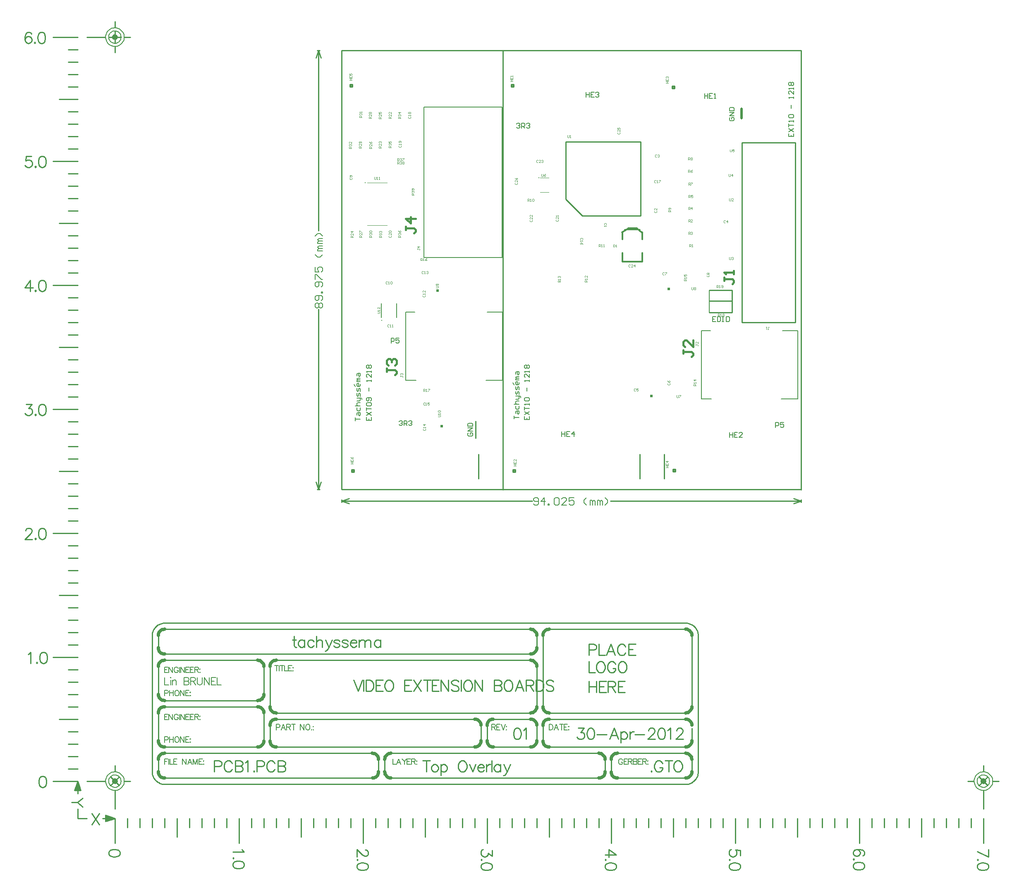
<source format=gto>
%FSLAX44Y44*%
%MOMM*%
G71*
G01*
G75*
%ADD10R,1.5240X1.5240*%
%ADD11R,0.2500X1.8000*%
%ADD12R,3.0320X1.7780*%
%ADD13O,0.3000X2.5000*%
%ADD14R,0.3000X2.5000*%
%ADD15O,2.5000X0.3000*%
%ADD16R,2.5000X0.3000*%
%ADD17R,1.8000X0.2500*%
%ADD18R,5.5000X5.5000*%
%ADD19R,0.6000X1.1000*%
%ADD20R,0.3000X1.2000*%
%ADD21R,2.0000X0.5000*%
%ADD22R,1.0000X0.5000*%
%ADD23C,0.2500*%
%ADD24C,0.5000*%
%ADD25C,0.2286*%
%ADD26C,0.2000*%
%ADD27C,0.4000*%
%ADD28C,0.6350*%
%ADD29C,0.2540*%
%ADD30C,0.2032*%
%ADD31C,0.1524*%
%ADD32C,0.1270*%
%ADD33C,2.0000*%
%ADD34C,1.5000*%
%ADD35C,3.0000*%
%ADD36O,1.8000X2.0000*%
%ADD37R,1.8000X2.0000*%
%ADD38C,5.0000*%
%ADD39C,1.6000*%
%ADD40C,1.1500*%
%ADD41O,1.2000X1.4000*%
%ADD42O,1.1000X1.6000*%
%ADD43O,1.4000X1.2000*%
%ADD44C,1.0000*%
%ADD45C,1.2700*%
%ADD46C,0.2540*%
%ADD47C,0.1500*%
%ADD48C,0.3048*%
%ADD49C,0.5048*%
%ADD50C,0.2200*%
%ADD51C,0.1000*%
%ADD52C,0.3500*%
%ADD53R,0.5080X0.5080*%
D23*
X2805001Y1966995D02*
Y2016995D01*
X2855201Y1966995D02*
Y2016995D01*
X2525001Y1966995D02*
Y2016995D01*
X2474801Y1966995D02*
Y2016995D01*
X2194801Y1966995D02*
Y2016995D01*
X2468831Y2050025D02*
Y2084525D01*
X2947581Y2307275D02*
X2994081D01*
Y2353025D01*
X2947581Y2353025D02*
X2994081D01*
X2947581Y2330775D02*
X2993831D01*
X2774081Y2477275D02*
X2805581D01*
X1715441Y1270032D02*
X1718743Y1271175D01*
X1715441Y1272318D02*
X1718743Y1271175D01*
X1712774Y1266222D02*
X1727506Y1271175D01*
X1712774Y1276128D02*
X1727506Y1271175D01*
X1714552Y1268762D02*
X1721664Y1271175D01*
X1714552Y1273588D02*
X1721664Y1271175D01*
X1654481Y1335437D02*
X1655624Y1332135D01*
X1653338D02*
X1654481Y1335437D01*
Y1344200D02*
X1659434Y1329468D01*
X1649528D02*
X1654481Y1344200D01*
Y1338358D02*
X1656894Y1331246D01*
X1652068D02*
X1654481Y1338358D01*
Y1341279D02*
X1658164Y1330357D01*
X1650798D02*
X1654481Y1341279D01*
X1648131Y1328325D02*
X1654481Y1347375D01*
X1660831Y1328325D01*
X1713663Y1267492D02*
X1724585Y1271175D01*
X1713663Y1274858D02*
X1724585Y1271175D01*
X1711631Y1277525D02*
X1730681Y1271175D01*
X1711631Y1264825D02*
X1730681Y1271175D01*
X3499791Y1356265D02*
X3508681Y1347375D01*
X3517571Y1338485D01*
X1721791Y1356265D02*
X1730681Y1347375D01*
X1739571Y1338485D01*
X3508681Y1347375D02*
X3517571Y1356265D01*
X3499791Y1338485D02*
X3508681Y1347375D01*
X1721791Y1338485D02*
X1730681Y1347375D01*
X1739571Y1356265D01*
X2606981Y1429925D02*
Y1461675D01*
X2911781Y1499775D02*
Y1645825D01*
X2606981Y1499775D02*
Y1645825D01*
X1806881Y1366425D02*
Y1645825D01*
X1819581Y1366425D02*
Y1391825D01*
X2911781Y1429925D02*
Y1455325D01*
Y1366425D02*
Y1391825D01*
X2594281Y1429925D02*
Y1461675D01*
X2492681Y1429925D02*
Y1461675D01*
X2048181Y1429925D02*
Y1461675D01*
X2479981Y1429925D02*
Y1461675D01*
X2048181Y1499775D02*
Y1582325D01*
X2594281Y1499775D02*
Y1582325D01*
Y1620425D02*
Y1645825D01*
X1819581Y1620425D02*
Y1645825D01*
X2035481Y1525175D02*
Y1582325D01*
X1819581Y1525175D02*
Y1582325D01*
X2035481Y1429925D02*
Y1487075D01*
X1819581Y1429925D02*
Y1487075D01*
X2924481Y1366425D02*
Y1645825D01*
X2746681Y1366425D02*
Y1391825D01*
X2733981Y1366425D02*
Y1391825D01*
X2283131Y1366425D02*
Y1391825D01*
X2270431Y1366425D02*
Y1391825D01*
X3508683Y1290223D02*
Y1328323D01*
Y1366423D02*
Y1379123D01*
X1730681Y2839625D02*
Y2852325D01*
Y2890425D02*
Y2903125D01*
Y2871375D02*
Y2884075D01*
Y2858675D02*
Y2871375D01*
X3508681Y1220375D02*
Y1271175D01*
X3483281Y1252125D02*
Y1271175D01*
X3457881Y1252125D02*
Y1271175D01*
X3432481Y1252125D02*
Y1271175D01*
X3407081Y1252125D02*
Y1271175D01*
X3381681Y1233075D02*
Y1271175D01*
X3356281Y1252125D02*
Y1271175D01*
X3330881Y1252125D02*
Y1271175D01*
X3305481Y1252125D02*
Y1271175D01*
X3280081Y1252125D02*
Y1271175D01*
X3254681Y1220375D02*
Y1271175D01*
X3229281Y1252125D02*
Y1271175D01*
X3203881Y1252125D02*
Y1271175D01*
X3178481Y1252125D02*
Y1271175D01*
X3153081Y1252125D02*
Y1271175D01*
X3127681Y1233075D02*
Y1271175D01*
X3102281Y1252125D02*
Y1271175D01*
X3076881Y1252125D02*
Y1271175D01*
X3051481Y1252125D02*
Y1271175D01*
X3026081Y1252125D02*
Y1271175D01*
X3000681Y1220375D02*
Y1271175D01*
X2975281Y1252125D02*
Y1271175D01*
X2949881Y1252125D02*
Y1271175D01*
X2924481Y1252125D02*
Y1271175D01*
X2899081Y1252125D02*
Y1271175D01*
X2873681Y1233075D02*
Y1271175D01*
X2848281Y1252125D02*
Y1271175D01*
X2822881Y1252125D02*
Y1271175D01*
X2797481Y1252125D02*
Y1271175D01*
X2772081Y1252125D02*
Y1271175D01*
X2746681Y1220375D02*
Y1271175D01*
X2721281Y1252125D02*
Y1271175D01*
X2695881Y1252125D02*
Y1271175D01*
X2670481Y1252125D02*
Y1271175D01*
X2645081Y1252125D02*
Y1271175D01*
X2619681Y1233075D02*
Y1271175D01*
X2594281Y1252125D02*
Y1271175D01*
X2568881Y1252125D02*
Y1271175D01*
X2543481Y1252125D02*
Y1271175D01*
X2518081Y1252125D02*
Y1271175D01*
X2492681Y1220375D02*
Y1271175D01*
X2467281Y1252125D02*
Y1271175D01*
X2441881Y1252125D02*
Y1271175D01*
X2416481Y1252125D02*
Y1271175D01*
X2391081Y1252125D02*
Y1271175D01*
X2365681Y1233075D02*
Y1271175D01*
X2340281Y1252125D02*
Y1271175D01*
X2314881Y1252125D02*
Y1271175D01*
X2289481Y1252125D02*
Y1271175D01*
X2264081Y1252125D02*
Y1271175D01*
X2238681Y1220375D02*
Y1271175D01*
X2213281Y1252125D02*
Y1271175D01*
X2187881Y1252125D02*
Y1271175D01*
X2162481Y1252125D02*
Y1271175D01*
X2137081Y1252125D02*
Y1271175D01*
X2111681Y1233075D02*
Y1271175D01*
X2086281Y1252125D02*
Y1271175D01*
X2060881Y1252125D02*
Y1271175D01*
X2035481Y1252125D02*
Y1271175D01*
X2010081Y1252125D02*
Y1271175D01*
X1984681Y1220375D02*
Y1271175D01*
X1959281Y1252125D02*
Y1271175D01*
X1933881Y1252125D02*
Y1271175D01*
X1908481Y1252125D02*
Y1271175D01*
X1883081Y1252125D02*
Y1271175D01*
X1857681Y1233075D02*
Y1271175D01*
X1832281Y1252125D02*
Y1271175D01*
X1806881Y1252125D02*
Y1271175D01*
X1781481Y1252125D02*
Y1271175D01*
X1756081Y1252125D02*
Y1271175D01*
X1730681Y1220375D02*
Y1271175D01*
X1715441Y1270032D02*
Y1272318D01*
X1712774Y1266222D02*
Y1276128D01*
X1714552Y1268762D02*
Y1273588D01*
X1654481Y1321975D02*
Y1328325D01*
X1713663Y1267492D02*
Y1274858D01*
X1711631Y1264825D02*
Y1277525D01*
X1654481Y1271175D02*
Y1290225D01*
X1730683Y1366423D02*
Y1379123D01*
Y1290223D02*
Y1328323D01*
X2619681Y1474375D02*
X2899081D01*
X2619681Y1487075D02*
X2899081D01*
X2060881D02*
X2581581D01*
X2619681Y1658525D02*
X2899081D01*
X2619681Y1417225D02*
X2899081D01*
X2505381Y1474375D02*
X2581581D01*
X2505381Y1417225D02*
X2581581D01*
X2060881D02*
X2467281D01*
X2060881Y1474375D02*
X2467281D01*
X2060881Y1595025D02*
X2581581D01*
X1832281Y1607725D02*
X2581581D01*
X1832281Y1595025D02*
X2022781D01*
X1832281Y1512475D02*
X2022781D01*
X1832281Y1499775D02*
X2022781D01*
X1832281Y1417225D02*
X2022781D01*
X1832281Y1671225D02*
X2899081D01*
X1832281Y1341025D02*
X2899081D01*
X1832281Y1658525D02*
X2581581D01*
X2759381Y1404525D02*
X2899081D01*
X2759381Y1353725D02*
X2899081D01*
X2295831Y1404525D02*
X2721281D01*
X1832281D02*
X2257731D01*
X1832281Y1353725D02*
X2257731D01*
X2295831D02*
X2721281D01*
X3527733Y1347373D02*
X3540433D01*
X3476933D02*
X3489633D01*
X1749731Y2871375D02*
X1762431D01*
X1673531D02*
X1711631D01*
X1717981D02*
X1730681D01*
X1743381D01*
X1603681D02*
X1654481D01*
X1635431Y2845975D02*
X1654481D01*
X1635431Y2820575D02*
X1654481D01*
X1635431Y2795175D02*
X1654481D01*
X1635431Y2769775D02*
X1654481D01*
X1616381Y2744375D02*
X1654481D01*
X1635431Y2718975D02*
X1654481D01*
X1635431Y2693575D02*
X1654481D01*
X1635431Y2668175D02*
X1654481D01*
X1635431Y2642775D02*
X1654481D01*
X1603681Y2617375D02*
X1654481D01*
X1635431Y2591975D02*
X1654481D01*
X1635431Y2566575D02*
X1654481D01*
X1635431Y2541175D02*
X1654481D01*
X1635431Y2515775D02*
X1654481D01*
X1616381Y2490375D02*
X1654481D01*
X1635431Y2464975D02*
X1654481D01*
X1635431Y2439575D02*
X1654481D01*
X1635431Y2414175D02*
X1654481D01*
X1635431Y2388775D02*
X1654481D01*
X1603681Y2363375D02*
X1654481D01*
X1635431Y2337975D02*
X1654481D01*
X1635431Y2312575D02*
X1654481D01*
X1635431Y2287175D02*
X1654481D01*
X1635431Y2261775D02*
X1654481D01*
X1616381Y2236375D02*
X1654481D01*
X1635431Y2210975D02*
X1654481D01*
X1635431Y2185575D02*
X1654481D01*
X1635431Y2160175D02*
X1654481D01*
X1635431Y2134775D02*
X1654481D01*
X1603681Y2109375D02*
X1654481D01*
X1635431Y2083975D02*
X1654481D01*
X1635431Y2058575D02*
X1654481D01*
X1635431Y2033175D02*
X1654481D01*
X1635431Y2007775D02*
X1654481D01*
X1616381Y1982375D02*
X1654481D01*
X1635431Y1956975D02*
X1654481D01*
X1635431Y1931575D02*
X1654481D01*
X1635431Y1906175D02*
X1654481D01*
X1635431Y1880775D02*
X1654481D01*
X1603681Y1855375D02*
X1654481D01*
X1635431Y1829975D02*
X1654481D01*
X1635431Y1804575D02*
X1654481D01*
X1635431Y1779175D02*
X1654481D01*
X1635431Y1753775D02*
X1654481D01*
X1616381Y1728375D02*
X1654481D01*
X1635431Y1702975D02*
X1654481D01*
X1635431Y1677575D02*
X1654481D01*
X1635431Y1652175D02*
X1654481D01*
X1635431Y1626775D02*
X1654481D01*
X1603681Y1601375D02*
X1654481D01*
X1635431Y1575975D02*
X1654481D01*
X1635431Y1550575D02*
X1654481D01*
X1635431Y1525175D02*
X1654481D01*
X1635431Y1499775D02*
X1654481D01*
X1616381Y1474375D02*
X1654481D01*
X1635431Y1448975D02*
X1654481D01*
X1635431Y1423575D02*
X1654481D01*
X1635431Y1398175D02*
X1654481D01*
X1635431Y1372775D02*
X1654481D01*
X1603681Y1347375D02*
X1654481D01*
X1705281Y1271175D02*
X1711631D01*
X1653338Y1332135D02*
X1655624D01*
X1649528Y1329468D02*
X1659434D01*
X1652068Y1331246D02*
X1656894D01*
X1650798Y1330357D02*
X1658164D01*
X1648131Y1328325D02*
X1660831D01*
X1654481Y1271175D02*
X1673531D01*
X1673533Y1347373D02*
X1711633D01*
X1749733D02*
X1762433D01*
X2194831Y1944525D02*
X3135081D01*
X2194831Y2844275D02*
X3135201D01*
X2194831Y1944525D02*
Y2844275D01*
X3135201Y1944395D02*
Y2844395D01*
X2525001Y1944395D02*
Y2844395D01*
D24*
X3013331Y2705525D02*
Y2724275D01*
D25*
X2829049Y1368602D02*
X2827961Y1367513D01*
X2829049Y1366425D01*
X2830137Y1367513D01*
X2829049Y1368602D01*
X2851469Y1383839D02*
X2850381Y1386015D01*
X2848204Y1388192D01*
X2846027Y1389280D01*
X2841674D01*
X2839497Y1388192D01*
X2837320Y1386015D01*
X2836232Y1383839D01*
X2835144Y1380573D01*
Y1375132D01*
X2836232Y1371867D01*
X2837320Y1369690D01*
X2839497Y1367513D01*
X2841674Y1366425D01*
X2846027D01*
X2848204Y1367513D01*
X2850381Y1369690D01*
X2851469Y1371867D01*
Y1375132D01*
X2846027D02*
X2851469D01*
X2864311Y1389280D02*
Y1366425D01*
X2856693Y1389280D02*
X2871930D01*
X2881180D02*
X2879004Y1388192D01*
X2876827Y1386015D01*
X2875739Y1383839D01*
X2874650Y1380573D01*
Y1375132D01*
X2875739Y1371867D01*
X2876827Y1369690D01*
X2879004Y1367513D01*
X2881180Y1366425D01*
X2885534D01*
X2887711Y1367513D01*
X2889887Y1369690D01*
X2890976Y1371867D01*
X2892064Y1375132D01*
Y1380573D01*
X2890976Y1383839D01*
X2889887Y1386015D01*
X2887711Y1388192D01*
X2885534Y1389280D01*
X2881180D01*
X2097166Y1644550D02*
Y1626048D01*
X2098254Y1622783D01*
X2100431Y1621695D01*
X2102607D01*
X2093901Y1636932D02*
X2101519D01*
X2118932D02*
Y1621695D01*
Y1633667D02*
X2116756Y1635844D01*
X2114579Y1636932D01*
X2111314D01*
X2109137Y1635844D01*
X2106961Y1633667D01*
X2105872Y1630402D01*
Y1628225D01*
X2106961Y1624960D01*
X2109137Y1622783D01*
X2111314Y1621695D01*
X2114579D01*
X2116756Y1622783D01*
X2118932Y1624960D01*
X2138087Y1633667D02*
X2135911Y1635844D01*
X2133734Y1636932D01*
X2130469D01*
X2128292Y1635844D01*
X2126116Y1633667D01*
X2125027Y1630402D01*
Y1628225D01*
X2126116Y1624960D01*
X2128292Y1622783D01*
X2130469Y1621695D01*
X2133734D01*
X2135911Y1622783D01*
X2138087Y1624960D01*
X2142985Y1644550D02*
Y1621695D01*
Y1632578D02*
X2146250Y1635844D01*
X2148426Y1636932D01*
X2151691D01*
X2153868Y1635844D01*
X2154957Y1632578D01*
Y1621695D01*
X2162031Y1636932D02*
X2168561Y1621695D01*
X2175091Y1636932D02*
X2168561Y1621695D01*
X2166384Y1617342D01*
X2164207Y1615165D01*
X2162031Y1614077D01*
X2160942D01*
X2190872Y1633667D02*
X2189783Y1635844D01*
X2186518Y1636932D01*
X2183253D01*
X2179988Y1635844D01*
X2178900Y1633667D01*
X2179988Y1631490D01*
X2182165Y1630402D01*
X2187607Y1629314D01*
X2189783Y1628225D01*
X2190872Y1626048D01*
Y1624960D01*
X2189783Y1622783D01*
X2186518Y1621695D01*
X2183253D01*
X2179988Y1622783D01*
X2178900Y1624960D01*
X2207632Y1633667D02*
X2206544Y1635844D01*
X2203279Y1636932D01*
X2200014D01*
X2196749Y1635844D01*
X2195660Y1633667D01*
X2196749Y1631490D01*
X2198925Y1630402D01*
X2204367Y1629314D01*
X2206544Y1628225D01*
X2207632Y1626048D01*
Y1624960D01*
X2206544Y1622783D01*
X2203279Y1621695D01*
X2200014D01*
X2196749Y1622783D01*
X2195660Y1624960D01*
X2212421Y1630402D02*
X2225481D01*
Y1632578D01*
X2224393Y1634755D01*
X2223304Y1635844D01*
X2221127Y1636932D01*
X2217862D01*
X2215686Y1635844D01*
X2213509Y1633667D01*
X2212421Y1630402D01*
Y1628225D01*
X2213509Y1624960D01*
X2215686Y1622783D01*
X2217862Y1621695D01*
X2221127D01*
X2223304Y1622783D01*
X2225481Y1624960D01*
X2230378Y1636932D02*
Y1621695D01*
Y1632578D02*
X2233643Y1635844D01*
X2235820Y1636932D01*
X2239085D01*
X2241262Y1635844D01*
X2242350Y1632578D01*
Y1621695D01*
Y1632578D02*
X2245615Y1635844D01*
X2247792Y1636932D01*
X2251057D01*
X2253233Y1635844D01*
X2254322Y1632578D01*
Y1621695D01*
X2274565Y1636932D02*
Y1621695D01*
Y1633667D02*
X2272388Y1635844D01*
X2270211Y1636932D01*
X2266947D01*
X2264770Y1635844D01*
X2262593Y1633667D01*
X2261505Y1630402D01*
Y1628225D01*
X2262593Y1624960D01*
X2264770Y1622783D01*
X2266947Y1621695D01*
X2270211D01*
X2272388Y1622783D01*
X2274565Y1624960D01*
X2219631Y1554380D02*
X2228337Y1531525D01*
X2237044Y1554380D02*
X2228337Y1531525D01*
X2239983Y1554380D02*
Y1531525D01*
X2244771Y1554380D02*
Y1531525D01*
Y1554380D02*
X2252390D01*
X2255655Y1553292D01*
X2257831Y1551115D01*
X2258920Y1548938D01*
X2260008Y1545674D01*
Y1540232D01*
X2258920Y1536967D01*
X2257831Y1534790D01*
X2255655Y1532613D01*
X2252390Y1531525D01*
X2244771D01*
X2279272Y1554380D02*
X2265123D01*
Y1531525D01*
X2279272D01*
X2265123Y1543497D02*
X2273830D01*
X2289611Y1554380D02*
X2287434Y1553292D01*
X2285258Y1551115D01*
X2284169Y1548938D01*
X2283081Y1545674D01*
Y1540232D01*
X2284169Y1536967D01*
X2285258Y1534790D01*
X2287434Y1532613D01*
X2289611Y1531525D01*
X2293964D01*
X2296141Y1532613D01*
X2298318Y1534790D01*
X2299406Y1536967D01*
X2300494Y1540232D01*
Y1545674D01*
X2299406Y1548938D01*
X2298318Y1551115D01*
X2296141Y1553292D01*
X2293964Y1554380D01*
X2289611D01*
X2337933D02*
X2323785D01*
Y1531525D01*
X2337933D01*
X2323785Y1543497D02*
X2332491D01*
X2341742Y1554380D02*
X2356979Y1531525D01*
Y1554380D02*
X2341742Y1531525D01*
X2369713Y1554380D02*
Y1531525D01*
X2362094Y1554380D02*
X2377331D01*
X2394200D02*
X2380052D01*
Y1531525D01*
X2394200D01*
X2380052Y1543497D02*
X2388758D01*
X2398009Y1554380D02*
Y1531525D01*
Y1554380D02*
X2413246Y1531525D01*
Y1554380D02*
Y1531525D01*
X2434795Y1551115D02*
X2432619Y1553292D01*
X2429353Y1554380D01*
X2425000D01*
X2421735Y1553292D01*
X2419558Y1551115D01*
Y1548938D01*
X2420647Y1546762D01*
X2421735Y1545674D01*
X2423912Y1544585D01*
X2430442Y1542408D01*
X2432619Y1541320D01*
X2433707Y1540232D01*
X2434795Y1538055D01*
Y1534790D01*
X2432619Y1532613D01*
X2429353Y1531525D01*
X2425000D01*
X2421735Y1532613D01*
X2419558Y1534790D01*
X2439910Y1554380D02*
Y1531525D01*
X2451229Y1554380D02*
X2449052Y1553292D01*
X2446876Y1551115D01*
X2445787Y1548938D01*
X2444699Y1545674D01*
Y1540232D01*
X2445787Y1536967D01*
X2446876Y1534790D01*
X2449052Y1532613D01*
X2451229Y1531525D01*
X2455582D01*
X2457759Y1532613D01*
X2459936Y1534790D01*
X2461024Y1536967D01*
X2462112Y1540232D01*
Y1545674D01*
X2461024Y1548938D01*
X2459936Y1551115D01*
X2457759Y1553292D01*
X2455582Y1554380D01*
X2451229D01*
X2467445D02*
Y1531525D01*
Y1554380D02*
X2482682Y1531525D01*
Y1554380D02*
Y1531525D01*
X2506952Y1554380D02*
Y1531525D01*
Y1554380D02*
X2516747D01*
X2520012Y1553292D01*
X2521100Y1552204D01*
X2522189Y1550027D01*
Y1547850D01*
X2521100Y1545674D01*
X2520012Y1544585D01*
X2516747Y1543497D01*
X2506952D02*
X2516747D01*
X2520012Y1542408D01*
X2521100Y1541320D01*
X2522189Y1539144D01*
Y1535878D01*
X2521100Y1533702D01*
X2520012Y1532613D01*
X2516747Y1531525D01*
X2506952D01*
X2533834Y1554380D02*
X2531657Y1553292D01*
X2529480Y1551115D01*
X2528392Y1548938D01*
X2527304Y1545674D01*
Y1540232D01*
X2528392Y1536967D01*
X2529480Y1534790D01*
X2531657Y1532613D01*
X2533834Y1531525D01*
X2538187D01*
X2540364Y1532613D01*
X2542541Y1534790D01*
X2543629Y1536967D01*
X2544717Y1540232D01*
Y1545674D01*
X2543629Y1548938D01*
X2542541Y1551115D01*
X2540364Y1553292D01*
X2538187Y1554380D01*
X2533834D01*
X2567463Y1531525D02*
X2558757Y1554380D01*
X2550050Y1531525D01*
X2553315Y1539144D02*
X2564199D01*
X2572796Y1554380D02*
Y1531525D01*
Y1554380D02*
X2582591D01*
X2585856Y1553292D01*
X2586945Y1552204D01*
X2588033Y1550027D01*
Y1547850D01*
X2586945Y1545674D01*
X2585856Y1544585D01*
X2582591Y1543497D01*
X2572796D01*
X2580415D02*
X2588033Y1531525D01*
X2593148Y1554380D02*
Y1531525D01*
Y1554380D02*
X2600767D01*
X2604032Y1553292D01*
X2606208Y1551115D01*
X2607297Y1548938D01*
X2608385Y1545674D01*
Y1540232D01*
X2607297Y1536967D01*
X2606208Y1534790D01*
X2604032Y1532613D01*
X2600767Y1531525D01*
X2593148D01*
X2628737Y1551115D02*
X2626560Y1553292D01*
X2623295Y1554380D01*
X2618942D01*
X2615677Y1553292D01*
X2613500Y1551115D01*
Y1548938D01*
X2614589Y1546762D01*
X2615677Y1545674D01*
X2617854Y1544585D01*
X2624384Y1542408D01*
X2626560Y1541320D01*
X2627649Y1540232D01*
X2628737Y1538055D01*
Y1534790D01*
X2626560Y1532613D01*
X2623295Y1531525D01*
X2618942D01*
X2615677Y1532613D01*
X2613500Y1534790D01*
X1933881Y1377309D02*
X1943676D01*
X1946941Y1378397D01*
X1948029Y1379485D01*
X1949117Y1381662D01*
Y1384927D01*
X1948029Y1387103D01*
X1946941Y1388192D01*
X1943676Y1389280D01*
X1933881D01*
Y1366425D01*
X1970558Y1383839D02*
X1969469Y1386015D01*
X1967293Y1388192D01*
X1965116Y1389280D01*
X1960763D01*
X1958586Y1388192D01*
X1956409Y1386015D01*
X1955321Y1383839D01*
X1954233Y1380573D01*
Y1375132D01*
X1955321Y1371867D01*
X1956409Y1369690D01*
X1958586Y1367513D01*
X1960763Y1366425D01*
X1965116D01*
X1967293Y1367513D01*
X1969469Y1369690D01*
X1970558Y1371867D01*
X1976979Y1389280D02*
Y1366425D01*
Y1389280D02*
X1986774D01*
X1990039Y1388192D01*
X1991127Y1387103D01*
X1992216Y1384927D01*
Y1382750D01*
X1991127Y1380573D01*
X1990039Y1379485D01*
X1986774Y1378397D01*
X1976979D02*
X1986774D01*
X1990039Y1377309D01*
X1991127Y1376220D01*
X1992216Y1374043D01*
Y1370779D01*
X1991127Y1368602D01*
X1990039Y1367513D01*
X1986774Y1366425D01*
X1976979D01*
X1997331Y1384927D02*
X1999507Y1386015D01*
X2002773Y1389280D01*
Y1366425D01*
X2015180Y1368602D02*
X2014091Y1367513D01*
X2015180Y1366425D01*
X2016268Y1367513D01*
X2015180Y1368602D01*
X2021274Y1377309D02*
X2031069D01*
X2034334Y1378397D01*
X2035423Y1379485D01*
X2036511Y1381662D01*
Y1384927D01*
X2035423Y1387103D01*
X2034334Y1388192D01*
X2031069Y1389280D01*
X2021274D01*
Y1366425D01*
X2057951Y1383839D02*
X2056863Y1386015D01*
X2054686Y1388192D01*
X2052510Y1389280D01*
X2048156D01*
X2045980Y1388192D01*
X2043803Y1386015D01*
X2042715Y1383839D01*
X2041626Y1380573D01*
Y1375132D01*
X2042715Y1371867D01*
X2043803Y1369690D01*
X2045980Y1367513D01*
X2048156Y1366425D01*
X2052510D01*
X2054686Y1367513D01*
X2056863Y1369690D01*
X2057951Y1371867D01*
X2064373Y1389280D02*
Y1366425D01*
Y1389280D02*
X2074167D01*
X2077433Y1388192D01*
X2078521Y1387103D01*
X2079609Y1384927D01*
Y1382750D01*
X2078521Y1380573D01*
X2077433Y1379485D01*
X2074167Y1378397D01*
X2064373D02*
X2074167D01*
X2077433Y1377309D01*
X2078521Y1376220D01*
X2079609Y1374043D01*
Y1370779D01*
X2078521Y1368602D01*
X2077433Y1367513D01*
X2074167Y1366425D01*
X2064373D01*
X2368219Y1389280D02*
Y1366425D01*
X2360601Y1389280D02*
X2375837D01*
X2384000Y1381662D02*
X2381823Y1380573D01*
X2379647Y1378397D01*
X2378558Y1375132D01*
Y1372955D01*
X2379647Y1369690D01*
X2381823Y1367513D01*
X2384000Y1366425D01*
X2387265D01*
X2389442Y1367513D01*
X2391618Y1369690D01*
X2392707Y1372955D01*
Y1375132D01*
X2391618Y1378397D01*
X2389442Y1380573D01*
X2387265Y1381662D01*
X2384000D01*
X2397713D02*
Y1358807D01*
Y1378397D02*
X2399890Y1380573D01*
X2402066Y1381662D01*
X2405331D01*
X2407508Y1380573D01*
X2409685Y1378397D01*
X2410773Y1375132D01*
Y1372955D01*
X2409685Y1369690D01*
X2407508Y1367513D01*
X2405331Y1366425D01*
X2402066D01*
X2399890Y1367513D01*
X2397713Y1369690D01*
X2440158Y1389280D02*
X2437982Y1388192D01*
X2435805Y1386015D01*
X2434716Y1383839D01*
X2433628Y1380573D01*
Y1375132D01*
X2434716Y1371867D01*
X2435805Y1369690D01*
X2437982Y1367513D01*
X2440158Y1366425D01*
X2444512D01*
X2446688Y1367513D01*
X2448865Y1369690D01*
X2449953Y1371867D01*
X2451042Y1375132D01*
Y1380573D01*
X2449953Y1383839D01*
X2448865Y1386015D01*
X2446688Y1388192D01*
X2444512Y1389280D01*
X2440158D01*
X2456374Y1381662D02*
X2462904Y1366425D01*
X2469435Y1381662D02*
X2462904Y1366425D01*
X2473135Y1375132D02*
X2486195D01*
Y1377309D01*
X2485107Y1379485D01*
X2484018Y1380573D01*
X2481841Y1381662D01*
X2478577D01*
X2476400Y1380573D01*
X2474223Y1378397D01*
X2473135Y1375132D01*
Y1372955D01*
X2474223Y1369690D01*
X2476400Y1367513D01*
X2478577Y1366425D01*
X2481841D01*
X2484018Y1367513D01*
X2486195Y1369690D01*
X2491092Y1381662D02*
Y1366425D01*
Y1375132D02*
X2492181Y1378397D01*
X2494357Y1380573D01*
X2496534Y1381662D01*
X2499799D01*
X2501867Y1389280D02*
Y1366425D01*
X2519716Y1381662D02*
Y1366425D01*
Y1378397D02*
X2517539Y1380573D01*
X2515362Y1381662D01*
X2512097D01*
X2509921Y1380573D01*
X2507744Y1378397D01*
X2506656Y1375132D01*
Y1372955D01*
X2507744Y1369690D01*
X2509921Y1367513D01*
X2512097Y1366425D01*
X2515362D01*
X2517539Y1367513D01*
X2519716Y1369690D01*
X2526899Y1381662D02*
X2533429Y1366425D01*
X2539959Y1381662D02*
X2533429Y1366425D01*
X2531252Y1362072D01*
X2529075Y1359895D01*
X2526899Y1358807D01*
X2525810D01*
X2553186Y1455955D02*
X2549921Y1454867D01*
X2547744Y1451602D01*
X2546656Y1446160D01*
Y1442895D01*
X2547744Y1437453D01*
X2549921Y1434188D01*
X2553186Y1433100D01*
X2555362D01*
X2558627Y1434188D01*
X2560804Y1437453D01*
X2561892Y1442895D01*
Y1446160D01*
X2560804Y1451602D01*
X2558627Y1454867D01*
X2555362Y1455955D01*
X2553186D01*
X2567008Y1451602D02*
X2569184Y1452690D01*
X2572449Y1455955D01*
Y1433100D01*
X2700961Y1616069D02*
X2710756D01*
X2714021Y1617157D01*
X2715109Y1618245D01*
X2716198Y1620422D01*
Y1623687D01*
X2715109Y1625863D01*
X2714021Y1626952D01*
X2710756Y1628040D01*
X2700961D01*
Y1605185D01*
X2721313Y1628040D02*
Y1605185D01*
X2734373D01*
X2754289D02*
X2745583Y1628040D01*
X2736876Y1605185D01*
X2740141Y1612803D02*
X2751024D01*
X2775947Y1622599D02*
X2774859Y1624775D01*
X2772682Y1626952D01*
X2770505Y1628040D01*
X2766152D01*
X2763976Y1626952D01*
X2761799Y1624775D01*
X2760710Y1622599D01*
X2759622Y1619333D01*
Y1613892D01*
X2760710Y1610627D01*
X2761799Y1608450D01*
X2763976Y1606273D01*
X2766152Y1605185D01*
X2770505D01*
X2772682Y1606273D01*
X2774859Y1608450D01*
X2775947Y1610627D01*
X2796517Y1628040D02*
X2782368D01*
Y1605185D01*
X2796517D01*
X2782368Y1617157D02*
X2791075D01*
X2700961Y1592480D02*
Y1569625D01*
X2714021D01*
X2723054Y1592480D02*
X2720877Y1591392D01*
X2718701Y1589215D01*
X2717612Y1587039D01*
X2716524Y1583773D01*
Y1578332D01*
X2717612Y1575067D01*
X2718701Y1572890D01*
X2720877Y1570713D01*
X2723054Y1569625D01*
X2727407D01*
X2729584Y1570713D01*
X2731761Y1572890D01*
X2732849Y1575067D01*
X2733937Y1578332D01*
Y1583773D01*
X2732849Y1587039D01*
X2731761Y1589215D01*
X2729584Y1591392D01*
X2727407Y1592480D01*
X2723054D01*
X2755595Y1587039D02*
X2754507Y1589215D01*
X2752330Y1591392D01*
X2750154Y1592480D01*
X2745800D01*
X2743623Y1591392D01*
X2741447Y1589215D01*
X2740359Y1587039D01*
X2739270Y1583773D01*
Y1578332D01*
X2740359Y1575067D01*
X2741447Y1572890D01*
X2743623Y1570713D01*
X2745800Y1569625D01*
X2750154D01*
X2752330Y1570713D01*
X2754507Y1572890D01*
X2755595Y1575067D01*
Y1578332D01*
X2750154D02*
X2755595D01*
X2767349Y1592480D02*
X2765173Y1591392D01*
X2762996Y1589215D01*
X2761908Y1587039D01*
X2760819Y1583773D01*
Y1578332D01*
X2761908Y1575067D01*
X2762996Y1572890D01*
X2765173Y1570713D01*
X2767349Y1569625D01*
X2771703D01*
X2773879Y1570713D01*
X2776056Y1572890D01*
X2777144Y1575067D01*
X2778233Y1578332D01*
Y1583773D01*
X2777144Y1587039D01*
X2776056Y1589215D01*
X2773879Y1591392D01*
X2771703Y1592480D01*
X2767349D01*
X2700961Y1551840D02*
Y1528985D01*
X2716198Y1551840D02*
Y1528985D01*
X2700961Y1540957D02*
X2716198D01*
X2736658Y1551840D02*
X2722510D01*
Y1528985D01*
X2736658D01*
X2722510Y1540957D02*
X2731216D01*
X2740468Y1551840D02*
Y1528985D01*
Y1551840D02*
X2750262D01*
X2753528Y1550752D01*
X2754616Y1549664D01*
X2755704Y1547487D01*
Y1545310D01*
X2754616Y1543134D01*
X2753528Y1542045D01*
X2750262Y1540957D01*
X2740468D01*
X2748086D02*
X2755704Y1528985D01*
X2774968Y1551840D02*
X2760819D01*
Y1528985D01*
X2774968D01*
X2760819Y1540957D02*
X2769526D01*
X2679007Y1455955D02*
X2690979D01*
X2684449Y1447249D01*
X2687714D01*
X2689891Y1446160D01*
X2690979Y1445072D01*
X2692067Y1441807D01*
Y1439630D01*
X2690979Y1436365D01*
X2688802Y1434188D01*
X2685537Y1433100D01*
X2682272D01*
X2679007Y1434188D01*
X2677919Y1435277D01*
X2676831Y1437453D01*
X2703713Y1455955D02*
X2700448Y1454867D01*
X2698271Y1451602D01*
X2697183Y1446160D01*
Y1442895D01*
X2698271Y1437453D01*
X2700448Y1434188D01*
X2703713Y1433100D01*
X2705889D01*
X2709154Y1434188D01*
X2711331Y1437453D01*
X2712419Y1442895D01*
Y1446160D01*
X2711331Y1451602D01*
X2709154Y1454867D01*
X2705889Y1455955D01*
X2703713D01*
X2717534Y1442895D02*
X2737125D01*
X2761286Y1433100D02*
X2752579Y1455955D01*
X2743872Y1433100D01*
X2747137Y1440719D02*
X2758021D01*
X2766619Y1448337D02*
Y1425482D01*
Y1445072D02*
X2768795Y1447249D01*
X2770972Y1448337D01*
X2774237D01*
X2776414Y1447249D01*
X2778590Y1445072D01*
X2779679Y1441807D01*
Y1439630D01*
X2778590Y1436365D01*
X2776414Y1434188D01*
X2774237Y1433100D01*
X2770972D01*
X2768795Y1434188D01*
X2766619Y1436365D01*
X2784576Y1448337D02*
Y1433100D01*
Y1441807D02*
X2785664Y1445072D01*
X2787841Y1447249D01*
X2790018Y1448337D01*
X2793283D01*
X2795351Y1442895D02*
X2814941D01*
X2822777Y1450513D02*
Y1451602D01*
X2823865Y1453779D01*
X2824954Y1454867D01*
X2827130Y1455955D01*
X2831483D01*
X2833660Y1454867D01*
X2834749Y1453779D01*
X2835837Y1451602D01*
Y1449425D01*
X2834749Y1447249D01*
X2832572Y1443983D01*
X2821689Y1433100D01*
X2836925D01*
X2848571Y1455955D02*
X2845305Y1454867D01*
X2843129Y1451602D01*
X2842040Y1446160D01*
Y1442895D01*
X2843129Y1437453D01*
X2845305Y1434188D01*
X2848571Y1433100D01*
X2850747D01*
X2854012Y1434188D01*
X2856189Y1437453D01*
X2857277Y1442895D01*
Y1446160D01*
X2856189Y1451602D01*
X2854012Y1454867D01*
X2850747Y1455955D01*
X2848571D01*
X2862392Y1451602D02*
X2864569Y1452690D01*
X2867834Y1455955D01*
Y1433100D01*
X2880241Y1450513D02*
Y1451602D01*
X2881330Y1453779D01*
X2882418Y1454867D01*
X2884594Y1455955D01*
X2888948D01*
X2891125Y1454867D01*
X2892213Y1453779D01*
X2893301Y1451602D01*
Y1449425D01*
X2892213Y1447249D01*
X2890036Y1443983D01*
X2879153Y1433100D01*
X2894390D01*
X1664636Y1312450D02*
X1653752Y1303743D01*
X1641781D01*
X1664636Y1295037D02*
X1653752Y1303743D01*
X1683056Y1281330D02*
X1698292Y1258475D01*
Y1281330D02*
X1683056Y1258475D01*
X3261571Y1194615D02*
X3263747Y1195703D01*
X3264836Y1198968D01*
Y1201145D01*
X3263747Y1204410D01*
X3260482Y1206587D01*
X3255041Y1207675D01*
X3249599D01*
X3245246Y1206587D01*
X3243069Y1204410D01*
X3241981Y1201145D01*
Y1200057D01*
X3243069Y1196792D01*
X3245246Y1194615D01*
X3248511Y1193527D01*
X3249599D01*
X3252864Y1194615D01*
X3255041Y1196792D01*
X3256129Y1200057D01*
Y1201145D01*
X3255041Y1204410D01*
X3252864Y1206587D01*
X3249599Y1207675D01*
X3244157Y1187432D02*
X3243069Y1188520D01*
X3241981Y1187432D01*
X3243069Y1186344D01*
X3244157Y1187432D01*
X3264836Y1174807D02*
X3263747Y1178072D01*
X3260482Y1180249D01*
X3255041Y1181337D01*
X3251776D01*
X3246334Y1180249D01*
X3243069Y1178072D01*
X3241981Y1174807D01*
Y1172631D01*
X3243069Y1169366D01*
X3246334Y1167189D01*
X3251776Y1166101D01*
X3255041D01*
X3260482Y1167189D01*
X3263747Y1169366D01*
X3264836Y1172631D01*
Y1174807D01*
X2756836Y1196792D02*
X2741599Y1207675D01*
Y1191350D01*
X2756836Y1196792D02*
X2733981D01*
X2736158Y1186235D02*
X2735069Y1187323D01*
X2733981Y1186235D01*
X2735069Y1185146D01*
X2736158Y1186235D01*
X2756836Y1173610D02*
X2755747Y1176875D01*
X2752482Y1179052D01*
X2747041Y1180140D01*
X2743776D01*
X2738334Y1179052D01*
X2735069Y1176875D01*
X2733981Y1173610D01*
Y1171433D01*
X2735069Y1168168D01*
X2738334Y1165992D01*
X2743776Y1164903D01*
X2747041D01*
X2752482Y1165992D01*
X2755747Y1168168D01*
X2756836Y1171433D01*
Y1173610D01*
X2243394Y1206587D02*
X2244482D01*
X2246659Y1205498D01*
X2247747Y1204410D01*
X2248836Y1202233D01*
Y1197880D01*
X2247747Y1195703D01*
X2246659Y1194615D01*
X2244482Y1193527D01*
X2242306D01*
X2240129Y1194615D01*
X2236864Y1196792D01*
X2225981Y1207675D01*
Y1192438D01*
X2228157Y1186235D02*
X2227069Y1187323D01*
X2225981Y1186235D01*
X2227069Y1185146D01*
X2228157Y1186235D01*
X2248836Y1173610D02*
X2247747Y1176875D01*
X2244482Y1179052D01*
X2239041Y1180140D01*
X2235776D01*
X2230334Y1179052D01*
X2227069Y1176875D01*
X2225981Y1173610D01*
Y1171433D01*
X2227069Y1168168D01*
X2230334Y1165992D01*
X2235776Y1164903D01*
X2239041D01*
X2244482Y1165992D01*
X2247747Y1168168D01*
X2248836Y1171433D01*
Y1173610D01*
X1740836Y1201145D02*
X1739747Y1204410D01*
X1736482Y1206587D01*
X1731041Y1207675D01*
X1727776D01*
X1722334Y1206587D01*
X1719069Y1204410D01*
X1717981Y1201145D01*
Y1198968D01*
X1719069Y1195703D01*
X1722334Y1193527D01*
X1727776Y1192438D01*
X1731041D01*
X1736482Y1193527D01*
X1739747Y1195703D01*
X1740836Y1198968D01*
Y1201145D01*
X1990482Y1207675D02*
X1991571Y1205498D01*
X1994836Y1202233D01*
X1971981D01*
X1974157Y1189826D02*
X1973069Y1190915D01*
X1971981Y1189826D01*
X1973069Y1188738D01*
X1974157Y1189826D01*
X1994836Y1177202D02*
X1993747Y1180467D01*
X1990482Y1182643D01*
X1985041Y1183732D01*
X1981776D01*
X1976334Y1182643D01*
X1973069Y1180467D01*
X1971981Y1177202D01*
Y1175025D01*
X1973069Y1171760D01*
X1976334Y1169583D01*
X1981776Y1168495D01*
X1985041D01*
X1990482Y1169583D01*
X1993747Y1171760D01*
X1994836Y1175025D01*
Y1177202D01*
X2502836Y1205498D02*
Y1193527D01*
X2494129Y1200057D01*
Y1196792D01*
X2493041Y1194615D01*
X2491952Y1193527D01*
X2488687Y1192438D01*
X2486511D01*
X2483246Y1193527D01*
X2481069Y1195703D01*
X2479981Y1198968D01*
Y1202233D01*
X2481069Y1205498D01*
X2482157Y1206587D01*
X2484334Y1207675D01*
X2482157Y1186235D02*
X2481069Y1187323D01*
X2479981Y1186235D01*
X2481069Y1185146D01*
X2482157Y1186235D01*
X2502836Y1173610D02*
X2501747Y1176875D01*
X2498482Y1179052D01*
X2493041Y1180140D01*
X2489776D01*
X2484334Y1179052D01*
X2481069Y1176875D01*
X2479981Y1173610D01*
Y1171433D01*
X2481069Y1168168D01*
X2484334Y1165992D01*
X2489776Y1164903D01*
X2493041D01*
X2498482Y1165992D01*
X2501747Y1168168D01*
X2502836Y1171433D01*
Y1173610D01*
X3010836Y1194615D02*
Y1205498D01*
X3001041Y1206587D01*
X3002129Y1205498D01*
X3003217Y1202233D01*
Y1198968D01*
X3002129Y1195703D01*
X2999952Y1193527D01*
X2996687Y1192438D01*
X2994511D01*
X2991246Y1193527D01*
X2989069Y1195703D01*
X2987981Y1198968D01*
Y1202233D01*
X2989069Y1205498D01*
X2990157Y1206587D01*
X2992334Y1207675D01*
X2990157Y1186235D02*
X2989069Y1187323D01*
X2987981Y1186235D01*
X2989069Y1185146D01*
X2990157Y1186235D01*
X3010836Y1173610D02*
X3009747Y1176875D01*
X3006483Y1179052D01*
X3001041Y1180140D01*
X2997776D01*
X2992334Y1179052D01*
X2989069Y1176875D01*
X2987981Y1173610D01*
Y1171433D01*
X2989069Y1168168D01*
X2992334Y1165992D01*
X2997776Y1164903D01*
X3001041D01*
X3006483Y1165992D01*
X3009747Y1168168D01*
X3010836Y1171433D01*
Y1173610D01*
X3518836Y1192438D02*
X3495981Y1203322D01*
X3518836Y1207675D02*
Y1192438D01*
X3498157Y1186235D02*
X3497069Y1187323D01*
X3495981Y1186235D01*
X3497069Y1185146D01*
X3498157Y1186235D01*
X3518836Y1173610D02*
X3517747Y1176875D01*
X3514482Y1179052D01*
X3509041Y1180140D01*
X3505776D01*
X3500334Y1179052D01*
X3497069Y1176875D01*
X3495981Y1173610D01*
Y1171433D01*
X3497069Y1168168D01*
X3500334Y1165992D01*
X3505776Y1164903D01*
X3509041D01*
X3514482Y1165992D01*
X3517747Y1168168D01*
X3518836Y1171433D01*
Y1173610D01*
X1559591Y2627530D02*
X1548707D01*
X1547619Y2617735D01*
X1548707Y2618824D01*
X1551972Y2619912D01*
X1555237D01*
X1558502Y2618824D01*
X1560679Y2616647D01*
X1561767Y2613382D01*
Y2611205D01*
X1560679Y2607940D01*
X1558502Y2605764D01*
X1555237Y2604675D01*
X1551972D01*
X1548707Y2605764D01*
X1547619Y2606852D01*
X1546531Y2609029D01*
X1567971Y2606852D02*
X1566883Y2605764D01*
X1567971Y2604675D01*
X1569059Y2605764D01*
X1567971Y2606852D01*
X1580596Y2627530D02*
X1577331Y2626442D01*
X1575154Y2623177D01*
X1574066Y2617735D01*
Y2614470D01*
X1575154Y2609029D01*
X1577331Y2605764D01*
X1580596Y2604675D01*
X1582772D01*
X1586037Y2605764D01*
X1588214Y2609029D01*
X1589302Y2614470D01*
Y2617735D01*
X1588214Y2623177D01*
X1586037Y2626442D01*
X1582772Y2627530D01*
X1580596D01*
X1548707Y2119530D02*
X1560679D01*
X1554149Y2110824D01*
X1557414D01*
X1559591Y2109735D01*
X1560679Y2108647D01*
X1561767Y2105382D01*
Y2103205D01*
X1560679Y2099940D01*
X1558502Y2097763D01*
X1555237Y2096675D01*
X1551972D01*
X1548707Y2097763D01*
X1547619Y2098852D01*
X1546531Y2101028D01*
X1567971Y2098852D02*
X1566883Y2097763D01*
X1567971Y2096675D01*
X1569059Y2097763D01*
X1567971Y2098852D01*
X1580596Y2119530D02*
X1577331Y2118442D01*
X1575154Y2115177D01*
X1574066Y2109735D01*
Y2106470D01*
X1575154Y2101028D01*
X1577331Y2097763D01*
X1580596Y2096675D01*
X1582772D01*
X1586037Y2097763D01*
X1588214Y2101028D01*
X1589302Y2106470D01*
Y2109735D01*
X1588214Y2115177D01*
X1586037Y2118442D01*
X1582772Y2119530D01*
X1580596D01*
X1552881Y1607177D02*
X1555057Y1608265D01*
X1558322Y1611530D01*
Y1588675D01*
X1570729Y1590852D02*
X1569641Y1589763D01*
X1570729Y1588675D01*
X1571818Y1589763D01*
X1570729Y1590852D01*
X1583354Y1611530D02*
X1580089Y1610442D01*
X1577912Y1607177D01*
X1576824Y1601735D01*
Y1598470D01*
X1577912Y1593029D01*
X1580089Y1589763D01*
X1583354Y1588675D01*
X1585531D01*
X1588796Y1589763D01*
X1590972Y1593029D01*
X1592061Y1598470D01*
Y1601735D01*
X1590972Y1607177D01*
X1588796Y1610442D01*
X1585531Y1611530D01*
X1583354D01*
X1581636Y1357530D02*
X1578371Y1356442D01*
X1576194Y1353177D01*
X1575106Y1347735D01*
Y1344470D01*
X1576194Y1339028D01*
X1578371Y1335763D01*
X1581636Y1334675D01*
X1583812D01*
X1587077Y1335763D01*
X1589254Y1339028D01*
X1590342Y1344470D01*
Y1347735D01*
X1589254Y1353177D01*
X1587077Y1356442D01*
X1583812Y1357530D01*
X1581636D01*
X1547619Y1860089D02*
Y1861177D01*
X1548707Y1863353D01*
X1549796Y1864442D01*
X1551972Y1865530D01*
X1556326D01*
X1558502Y1864442D01*
X1559591Y1863353D01*
X1560679Y1861177D01*
Y1859000D01*
X1559591Y1856823D01*
X1557414Y1853559D01*
X1546531Y1842675D01*
X1561767D01*
X1567971Y1844852D02*
X1566883Y1843763D01*
X1567971Y1842675D01*
X1569059Y1843763D01*
X1567971Y1844852D01*
X1580596Y1865530D02*
X1577331Y1864442D01*
X1575154Y1861177D01*
X1574066Y1855735D01*
Y1852470D01*
X1575154Y1847029D01*
X1577331Y1843763D01*
X1580596Y1842675D01*
X1582772D01*
X1586037Y1843763D01*
X1588214Y1847029D01*
X1589302Y1852470D01*
Y1855735D01*
X1588214Y1861177D01*
X1586037Y1864442D01*
X1582772Y1865530D01*
X1580596D01*
X1557414Y2373530D02*
X1546531Y2358293D01*
X1562856D01*
X1557414Y2373530D02*
Y2350675D01*
X1567971Y2352852D02*
X1566883Y2351763D01*
X1567971Y2350675D01*
X1569059Y2351763D01*
X1567971Y2352852D01*
X1580596Y2373530D02*
X1577331Y2372442D01*
X1575154Y2369177D01*
X1574066Y2363735D01*
Y2360470D01*
X1575154Y2355029D01*
X1577331Y2351763D01*
X1580596Y2350675D01*
X1582772D01*
X1586037Y2351763D01*
X1588214Y2355029D01*
X1589302Y2360470D01*
Y2363735D01*
X1588214Y2369177D01*
X1586037Y2372442D01*
X1582772Y2373530D01*
X1580596D01*
X1559591Y2878265D02*
X1558502Y2880442D01*
X1555237Y2881530D01*
X1553061D01*
X1549796Y2880442D01*
X1547619Y2877177D01*
X1546531Y2871735D01*
Y2866294D01*
X1547619Y2861940D01*
X1549796Y2859763D01*
X1553061Y2858675D01*
X1554149D01*
X1557414Y2859763D01*
X1559591Y2861940D01*
X1560679Y2865205D01*
Y2866294D01*
X1559591Y2869558D01*
X1557414Y2871735D01*
X1554149Y2872823D01*
X1553061D01*
X1549796Y2871735D01*
X1547619Y2869558D01*
X1546531Y2866294D01*
X1566774Y2860852D02*
X1565685Y2859763D01*
X1566774Y2858675D01*
X1567862Y2859763D01*
X1566774Y2860852D01*
X1579398Y2881530D02*
X1576134Y2880442D01*
X1573957Y2877177D01*
X1572868Y2871735D01*
Y2868470D01*
X1573957Y2863029D01*
X1576134Y2859763D01*
X1579398Y2858675D01*
X1581575D01*
X1584840Y2859763D01*
X1587017Y2863029D01*
X1588105Y2868470D01*
Y2871735D01*
X1587017Y2877177D01*
X1584840Y2880442D01*
X1581575Y2881530D01*
X1579398D01*
D26*
X2947581Y2307275D02*
Y2353025D01*
X3109834Y2674189D02*
Y2667525D01*
X3119831D01*
Y2674189D01*
X3114832Y2667525D02*
Y2670858D01*
X3109834Y2677522D02*
X3119831Y2684186D01*
X3109834D02*
X3119831Y2677522D01*
X3109834Y2687519D02*
Y2694183D01*
Y2690851D01*
X3119831D01*
Y2697516D02*
Y2700848D01*
Y2699182D01*
X3109834D01*
X3111500Y2697516D01*
Y2705846D02*
X3109834Y2707512D01*
Y2710844D01*
X3111500Y2712511D01*
X3118165D01*
X3119831Y2710844D01*
Y2707512D01*
X3118165Y2705846D01*
X3111500D01*
X3114832Y2725840D02*
Y2732504D01*
X3119831Y2745833D02*
Y2749166D01*
Y2747499D01*
X3109834D01*
X3111500Y2745833D01*
X3119831Y2760829D02*
Y2754164D01*
X3113166Y2760829D01*
X3111500D01*
X3109834Y2759162D01*
Y2755830D01*
X3111500Y2754164D01*
X3119831Y2764160D02*
Y2767493D01*
Y2765827D01*
X3109834D01*
X3111500Y2764160D01*
Y2772491D02*
X3109834Y2774157D01*
Y2777490D01*
X3111500Y2779156D01*
X3113166D01*
X3114832Y2777490D01*
X3116498Y2779156D01*
X3118165D01*
X3119831Y2777490D01*
Y2774157D01*
X3118165Y2772491D01*
X3116498D01*
X3114832Y2774157D01*
X3113166Y2772491D01*
X3111500D01*
X3114832Y2774157D02*
Y2777490D01*
X2569084Y2094440D02*
Y2087775D01*
X2579081D01*
Y2094440D01*
X2574082Y2087775D02*
Y2091107D01*
X2569084Y2097772D02*
X2579081Y2104436D01*
X2569084D02*
X2579081Y2097772D01*
X2569084Y2107769D02*
Y2114433D01*
Y2111101D01*
X2579081D01*
Y2117766D02*
Y2121098D01*
Y2119432D01*
X2569084D01*
X2570750Y2117766D01*
Y2126096D02*
X2569084Y2127762D01*
Y2131095D01*
X2570750Y2132761D01*
X2577415D01*
X2579081Y2131095D01*
Y2127762D01*
X2577415Y2126096D01*
X2570750D01*
X2574082Y2146090D02*
Y2152754D01*
X2579081Y2166083D02*
Y2169415D01*
Y2167749D01*
X2569084D01*
X2570750Y2166083D01*
X2579081Y2181078D02*
Y2174414D01*
X2572416Y2181078D01*
X2570750D01*
X2569084Y2179412D01*
Y2176080D01*
X2570750Y2174414D01*
X2579081Y2184411D02*
Y2187743D01*
Y2186077D01*
X2569084D01*
X2570750Y2184411D01*
Y2192741D02*
X2569084Y2194407D01*
Y2197740D01*
X2570750Y2199406D01*
X2572416D01*
X2574082Y2197740D01*
X2575748Y2199406D01*
X2577415D01*
X2579081Y2197740D01*
Y2194407D01*
X2577415Y2192741D01*
X2575748D01*
X2574082Y2194407D01*
X2572416Y2192741D01*
X2570750D01*
X2574082Y2194407D02*
Y2197740D01*
X2695081Y2758772D02*
Y2748775D01*
Y2753773D01*
X2701745D01*
Y2758772D01*
Y2748775D01*
X2711742Y2758772D02*
X2705078D01*
Y2748775D01*
X2711742D01*
X2705078Y2753773D02*
X2708410D01*
X2715074Y2757106D02*
X2716740Y2758772D01*
X2720073D01*
X2721739Y2757106D01*
Y2755439D01*
X2720073Y2753773D01*
X2718406D01*
X2720073D01*
X2721739Y2752107D01*
Y2750441D01*
X2720073Y2748775D01*
X2716740D01*
X2715074Y2750441D01*
X2937831Y2756022D02*
Y2746025D01*
Y2751024D01*
X2944495D01*
Y2756022D01*
Y2746025D01*
X2954492Y2756022D02*
X2947827D01*
Y2746025D01*
X2954492D01*
X2947827Y2751024D02*
X2951160D01*
X2957824Y2746025D02*
X2961157D01*
X2959490D01*
Y2756022D01*
X2957824Y2754356D01*
X2988831Y2061772D02*
Y2051775D01*
Y2056774D01*
X2995495D01*
Y2061772D01*
Y2051775D01*
X3005492Y2061772D02*
X2998828D01*
Y2051775D01*
X3005492D01*
X2998828Y2056774D02*
X3002160D01*
X3015489Y2051775D02*
X3008824D01*
X3015489Y2058440D01*
Y2060106D01*
X3013823Y2061772D01*
X3010490D01*
X3008824Y2060106D01*
X2645581Y2063522D02*
Y2053525D01*
Y2058523D01*
X2652245D01*
Y2063522D01*
Y2053525D01*
X2662242Y2063522D02*
X2655577D01*
Y2053525D01*
X2662242D01*
X2655577Y2058523D02*
X2658910D01*
X2670573Y2053525D02*
Y2063522D01*
X2665574Y2058523D01*
X2672239D01*
X2296081Y2245025D02*
Y2255022D01*
X2301079D01*
X2302745Y2253356D01*
Y2250023D01*
X2301079Y2248357D01*
X2296081D01*
X2312742Y2255022D02*
X2306078D01*
Y2250023D01*
X2309410Y2251690D01*
X2311076D01*
X2312742Y2250023D01*
Y2246691D01*
X2311076Y2245025D01*
X2307744D01*
X2306078Y2246691D01*
X2312331Y2084106D02*
X2313997Y2085772D01*
X2317329D01*
X2318995Y2084106D01*
Y2082440D01*
X2317329Y2080773D01*
X2315663D01*
X2317329D01*
X2318995Y2079107D01*
Y2077441D01*
X2317329Y2075775D01*
X2313997D01*
X2312331Y2077441D01*
X2322328Y2075775D02*
Y2085772D01*
X2327326D01*
X2328992Y2084106D01*
Y2080773D01*
X2327326Y2079107D01*
X2322328D01*
X2325660D02*
X2328992Y2075775D01*
X2332324Y2084106D02*
X2333990Y2085772D01*
X2337323D01*
X2338989Y2084106D01*
Y2082440D01*
X2337323Y2080773D01*
X2335656D01*
X2337323D01*
X2338989Y2079107D01*
Y2077441D01*
X2337323Y2075775D01*
X2333990D01*
X2332324Y2077441D01*
X2454500Y2060690D02*
X2452834Y2059023D01*
Y2055691D01*
X2454500Y2054025D01*
X2461165D01*
X2462831Y2055691D01*
Y2059023D01*
X2461165Y2060690D01*
X2457832D01*
Y2057357D01*
X2462831Y2064022D02*
X2452834D01*
X2462831Y2070686D01*
X2452834D01*
Y2074019D02*
X2462831D01*
Y2079017D01*
X2461165Y2080683D01*
X2454500D01*
X2452834Y2079017D01*
Y2074019D01*
X2547735Y2158941D02*
X2545069Y2163559D01*
X2222735Y2155441D02*
X2220069Y2160059D01*
X2548084Y2089275D02*
Y2095940D01*
Y2092607D01*
X2558081D01*
X2551416Y2100938D02*
Y2104270D01*
X2553082Y2105936D01*
X2558081D01*
Y2100938D01*
X2556414Y2099272D01*
X2554748Y2100938D01*
Y2105936D01*
X2551416Y2115933D02*
Y2110935D01*
X2553082Y2109269D01*
X2556414D01*
X2558081Y2110935D01*
Y2115933D01*
X2548084Y2119265D02*
X2558081D01*
X2553082D01*
X2551416Y2120932D01*
Y2124264D01*
X2553082Y2125930D01*
X2558081D01*
X2551416Y2129262D02*
X2556414D01*
X2558081Y2130928D01*
Y2135927D01*
X2559747D01*
X2561413Y2134261D01*
Y2132594D01*
X2558081Y2135927D02*
X2551416D01*
X2558081Y2139259D02*
Y2144257D01*
X2556414Y2145923D01*
X2554748Y2144257D01*
Y2140925D01*
X2553082Y2139259D01*
X2551416Y2140925D01*
Y2145923D01*
X2558081Y2149256D02*
Y2154254D01*
X2556414Y2155920D01*
X2554748Y2154254D01*
Y2150922D01*
X2553082Y2149256D01*
X2551416Y2150922D01*
Y2155920D01*
X2558081Y2164251D02*
Y2160919D01*
X2556414Y2159252D01*
X2553082D01*
X2551416Y2160919D01*
Y2164251D01*
X2553082Y2165917D01*
X2554748D01*
Y2159252D01*
X2558081Y2169249D02*
X2551416D01*
Y2170915D01*
X2553082Y2172582D01*
X2558081D01*
X2553082D01*
X2551416Y2174248D01*
X2553082Y2175914D01*
X2558081D01*
X2551416Y2180912D02*
Y2184245D01*
X2553082Y2185911D01*
X2558081D01*
Y2180912D01*
X2556414Y2179246D01*
X2554748Y2180912D01*
Y2185911D01*
X2222834Y2085775D02*
Y2092440D01*
Y2089107D01*
X2232831D01*
X2226166Y2097438D02*
Y2100770D01*
X2227832Y2102436D01*
X2232831D01*
Y2097438D01*
X2231165Y2095772D01*
X2229498Y2097438D01*
Y2102436D01*
X2226166Y2112433D02*
Y2107435D01*
X2227832Y2105769D01*
X2231165D01*
X2232831Y2107435D01*
Y2112433D01*
X2222834Y2115765D02*
X2232831D01*
X2227832D01*
X2226166Y2117431D01*
Y2120764D01*
X2227832Y2122430D01*
X2232831D01*
X2226166Y2125762D02*
X2231165D01*
X2232831Y2127428D01*
Y2132427D01*
X2234497D01*
X2236163Y2130761D01*
Y2129094D01*
X2232831Y2132427D02*
X2226166D01*
X2232831Y2135759D02*
Y2140757D01*
X2231165Y2142424D01*
X2229498Y2140757D01*
Y2137425D01*
X2227832Y2135759D01*
X2226166Y2137425D01*
Y2142424D01*
X2232831Y2145756D02*
Y2150754D01*
X2231165Y2152420D01*
X2229498Y2150754D01*
Y2147422D01*
X2227832Y2145756D01*
X2226166Y2147422D01*
Y2152420D01*
X2232831Y2160751D02*
Y2157419D01*
X2231165Y2155753D01*
X2227832D01*
X2226166Y2157419D01*
Y2160751D01*
X2227832Y2162417D01*
X2229498D01*
Y2155753D01*
X2232831Y2165749D02*
X2226166D01*
Y2167415D01*
X2227832Y2169082D01*
X2232831D01*
X2227832D01*
X2226166Y2170748D01*
X2227832Y2172414D01*
X2232831D01*
X2226166Y2177412D02*
Y2180744D01*
X2227832Y2182411D01*
X2232831D01*
Y2177412D01*
X2231165Y2175746D01*
X2229498Y2177412D01*
Y2182411D01*
X2245584Y2092939D02*
Y2086275D01*
X2255581D01*
Y2092939D01*
X2250582Y2086275D02*
Y2089607D01*
X2245584Y2096272D02*
X2255581Y2102936D01*
X2245584D02*
X2255581Y2096272D01*
X2245584Y2106269D02*
Y2112933D01*
Y2109601D01*
X2255581D01*
X2247250Y2116265D02*
X2245584Y2117932D01*
Y2121264D01*
X2247250Y2122930D01*
X2253914D01*
X2255581Y2121264D01*
Y2117932D01*
X2253914Y2116265D01*
X2247250D01*
X2253914Y2126262D02*
X2255581Y2127928D01*
Y2131261D01*
X2253914Y2132927D01*
X2247250D01*
X2245584Y2131261D01*
Y2127928D01*
X2247250Y2126262D01*
X2248916D01*
X2250582Y2127928D01*
Y2132927D01*
Y2146256D02*
Y2152920D01*
X2255581Y2166249D02*
Y2169581D01*
Y2167915D01*
X2245584D01*
X2247250Y2166249D01*
X2255581Y2181244D02*
Y2174580D01*
X2248916Y2181244D01*
X2247250D01*
X2245584Y2179578D01*
Y2176246D01*
X2247250Y2174580D01*
X2255581Y2184577D02*
Y2187909D01*
Y2186243D01*
X2245584D01*
X2247250Y2184577D01*
Y2192907D02*
X2245584Y2194573D01*
Y2197906D01*
X2247250Y2199572D01*
X2248916D01*
X2250582Y2197906D01*
X2252248Y2199572D01*
X2253914D01*
X2255581Y2197906D01*
Y2194573D01*
X2253914Y2192907D01*
X2252248D01*
X2250582Y2194573D01*
X2248916Y2192907D01*
X2247250D01*
X2250582Y2194573D02*
Y2197906D01*
X2960745Y2299022D02*
X2954081D01*
Y2289025D01*
X2960745D01*
X2954081Y2294023D02*
X2957413D01*
X2964077Y2299022D02*
Y2289025D01*
X2969076D01*
X2970742Y2290691D01*
Y2297356D01*
X2969076Y2299022D01*
X2964077D01*
X2974074D02*
X2977407D01*
X2975740D01*
Y2289025D01*
X2974074D01*
X2977407D01*
X2982405Y2299022D02*
Y2289025D01*
X2987403D01*
X2989070Y2290691D01*
Y2297356D01*
X2987403Y2299022D01*
X2982405D01*
X2553331Y2693356D02*
X2554997Y2695022D01*
X2558329D01*
X2559995Y2693356D01*
Y2691689D01*
X2558329Y2690023D01*
X2556663D01*
X2558329D01*
X2559995Y2688357D01*
Y2686691D01*
X2558329Y2685025D01*
X2554997D01*
X2553331Y2686691D01*
X2563328Y2685025D02*
Y2695022D01*
X2568326D01*
X2569992Y2693356D01*
Y2690023D01*
X2568326Y2688357D01*
X2563328D01*
X2566660D02*
X2569992Y2685025D01*
X2573324Y2693356D02*
X2574991Y2695022D01*
X2578322D01*
X2579989Y2693356D01*
Y2691689D01*
X2578322Y2690023D01*
X2576656D01*
X2578322D01*
X2579989Y2688357D01*
Y2686691D01*
X2578322Y2685025D01*
X2574991D01*
X2573324Y2686691D01*
X2990250Y2707190D02*
X2988584Y2705523D01*
Y2702191D01*
X2990250Y2700525D01*
X2996915D01*
X2998581Y2702191D01*
Y2705523D01*
X2996915Y2707190D01*
X2993582D01*
Y2703857D01*
X2998581Y2710522D02*
X2988584D01*
X2998581Y2717186D01*
X2988584D01*
Y2720518D02*
X2998581D01*
Y2725517D01*
X2996915Y2727183D01*
X2990250D01*
X2988584Y2725517D01*
Y2720518D01*
X3082831Y2072275D02*
Y2082272D01*
X3087829D01*
X3089495Y2080606D01*
Y2077273D01*
X3087829Y2075607D01*
X3082831D01*
X3099492Y2082272D02*
X3092827D01*
Y2077273D01*
X3096160Y2078940D01*
X3097826D01*
X3099492Y2077273D01*
Y2073941D01*
X3097826Y2072275D01*
X3094494D01*
X3092827Y2073941D01*
D27*
X2287087Y2192604D02*
Y2185940D01*
Y2189272D01*
X2303748D01*
X2307081Y2185940D01*
Y2182607D01*
X2303748Y2179275D01*
X2290419Y2199269D02*
X2287087Y2202601D01*
Y2209265D01*
X2290419Y2212598D01*
X2293752D01*
X2297084Y2209265D01*
Y2205933D01*
Y2209265D01*
X2300416Y2212598D01*
X2303748D01*
X2307081Y2209265D01*
Y2202601D01*
X2303748Y2199269D01*
X2326087Y2483104D02*
Y2476440D01*
Y2479772D01*
X2342749D01*
X2346081Y2476440D01*
Y2473107D01*
X2342749Y2469775D01*
X2346081Y2499765D02*
X2326087D01*
X2336084Y2489769D01*
Y2503098D01*
X2894337Y2230354D02*
Y2223690D01*
Y2227022D01*
X2910999D01*
X2914331Y2223690D01*
Y2220357D01*
X2910999Y2217025D01*
X2914331Y2250348D02*
Y2237019D01*
X2901002Y2250348D01*
X2897669D01*
X2894337Y2247015D01*
Y2240351D01*
X2897669Y2237019D01*
X2977837Y2379354D02*
Y2372690D01*
Y2376022D01*
X2994499D01*
X2997831Y2372690D01*
Y2369357D01*
X2994499Y2366025D01*
X2997831Y2386019D02*
Y2392683D01*
Y2389351D01*
X2977837D01*
X2981169Y2386019D01*
D28*
X2270431Y1391825D02*
X2270187Y1394303D01*
X2269464Y1396685D01*
X2268290Y1398881D01*
X2266711Y1400805D01*
X2264786Y1402385D01*
X2262591Y1403558D01*
X2260208Y1404281D01*
X2257731Y1404525D01*
X2258026Y1353724D02*
X2260487Y1353931D01*
X2262856Y1354630D01*
X2265036Y1355792D01*
X2266936Y1357370D01*
X2268481Y1359298D01*
X2269604Y1361497D01*
X2270262Y1363878D01*
X2270426Y1366343D01*
X2295831Y1404525D02*
X2293353Y1404281D01*
X2290971Y1403558D01*
X2288775Y1402385D01*
X2286850Y1400805D01*
X2285271Y1398881D01*
X2284097Y1396685D01*
X2283375Y1394303D01*
X2283131Y1391825D01*
Y1366425D02*
X2283369Y1363975D01*
X2284076Y1361616D01*
X2285225Y1359439D01*
X2286772Y1357523D01*
X2288660Y1355943D01*
X2290817Y1354756D01*
X2293163Y1354008D01*
X2295609Y1353727D01*
X2733981Y1391825D02*
X2733737Y1394303D01*
X2733014Y1396685D01*
X2731841Y1398881D01*
X2730261Y1400805D01*
X2728336Y1402385D01*
X2726141Y1403558D01*
X2723758Y1404281D01*
X2721281Y1404525D01*
X2721576Y1353724D02*
X2724037Y1353931D01*
X2726406Y1354630D01*
X2728586Y1355792D01*
X2730486Y1357370D01*
X2732031Y1359298D01*
X2733154Y1361497D01*
X2733812Y1363878D01*
X2733976Y1366343D01*
X2746681Y1366171D02*
X2746925Y1363716D01*
X2747649Y1361358D01*
X2748824Y1359189D01*
X2750403Y1357294D01*
X2752325Y1355748D01*
X2754515Y1354611D01*
X2756885Y1353929D01*
X2759344Y1353727D01*
X2759381Y1404525D02*
X2756903Y1404281D01*
X2754521Y1403558D01*
X2752325Y1402385D01*
X2750400Y1400805D01*
X2748821Y1398881D01*
X2747647Y1396685D01*
X2746925Y1394303D01*
X2746681Y1391825D01*
X2035481Y1582579D02*
X2035242Y1585007D01*
X2034533Y1587342D01*
X2033383Y1589494D01*
X2031835Y1591380D01*
X2029949Y1592928D01*
X2027798Y1594078D01*
X2025463Y1594786D01*
X2023035Y1595025D01*
X2023289Y1512475D02*
X2025667Y1512709D01*
X2027954Y1513403D01*
X2030062Y1514530D01*
X2031910Y1516046D01*
X2033426Y1517894D01*
X2034553Y1520001D01*
X2035246Y1522289D01*
X2035481Y1524667D01*
Y1487329D02*
X2035231Y1489810D01*
X2034491Y1492192D01*
X2033292Y1494379D01*
X2031680Y1496282D01*
X2029722Y1497826D01*
X2027495Y1498948D01*
X2025089Y1499604D01*
X2022600Y1499767D01*
X2048181Y1499521D02*
X2048420Y1497093D01*
X2049128Y1494758D01*
X2050278Y1492607D01*
X2051826Y1490721D01*
X2053712Y1489173D01*
X2055864Y1488022D01*
X2058199Y1487314D01*
X2060627Y1487075D01*
X2048181Y1429671D02*
X2048420Y1427243D01*
X2049128Y1424908D01*
X2050278Y1422757D01*
X2051826Y1420871D01*
X2053712Y1419323D01*
X2055864Y1418172D01*
X2058199Y1417464D01*
X2060627Y1417225D01*
X2023035D02*
X2025463Y1417464D01*
X2027798Y1418172D01*
X2029949Y1419323D01*
X2031835Y1420871D01*
X2033383Y1422757D01*
X2034533Y1424908D01*
X2035242Y1427243D01*
X2035481Y1429671D01*
X2479981Y1461929D02*
X2479742Y1464357D01*
X2479033Y1466692D01*
X2477883Y1468844D01*
X2476335Y1470730D01*
X2474449Y1472278D01*
X2472298Y1473428D01*
X2469963Y1474136D01*
X2467535Y1474375D01*
Y1417225D02*
X2469989Y1417470D01*
X2472348Y1418193D01*
X2474517Y1419368D01*
X2476412Y1420948D01*
X2477958Y1422870D01*
X2479095Y1425059D01*
X2479777Y1427430D01*
X2479979Y1429888D01*
X2492681Y1430179D02*
X2492924Y1427680D01*
X2493645Y1425274D01*
X2494817Y1423053D01*
X2496395Y1421100D01*
X2498321Y1419487D01*
X2500521Y1418277D01*
X2502914Y1417514D01*
X2505409Y1417227D01*
X2504873Y1474375D02*
X2502416Y1474125D01*
X2500060Y1473385D01*
X2497901Y1472185D01*
X2496029Y1470576D01*
X2494519Y1468621D01*
X2493434Y1466403D01*
X2492819Y1464012D01*
X2492697Y1461545D01*
X2060881Y1474375D02*
X2058403Y1474131D01*
X2056021Y1473408D01*
X2053825Y1472235D01*
X2051900Y1470655D01*
X2050321Y1468731D01*
X2049147Y1466535D01*
X2048425Y1464153D01*
X2048181Y1461675D01*
X2060881Y1595025D02*
X2058403Y1594781D01*
X2056021Y1594058D01*
X2053825Y1592885D01*
X2051900Y1591305D01*
X2050321Y1589381D01*
X2049147Y1587185D01*
X2048425Y1584803D01*
X2048181Y1582325D01*
X1819581Y1429925D02*
X1819819Y1427475D01*
X1820526Y1425116D01*
X1821675Y1422939D01*
X1823222Y1421024D01*
X1825110Y1419443D01*
X1827267Y1418256D01*
X1829613Y1417508D01*
X1832059Y1417227D01*
X1832281Y1499775D02*
X1829803Y1499531D01*
X1827421Y1498808D01*
X1825225Y1497635D01*
X1823300Y1496055D01*
X1821721Y1494131D01*
X1820547Y1491935D01*
X1819825Y1489553D01*
X1819581Y1487075D01*
Y1525175D02*
X1819825Y1522697D01*
X1820547Y1520315D01*
X1821721Y1518119D01*
X1823300Y1516195D01*
X1825225Y1514615D01*
X1827421Y1513442D01*
X1829803Y1512719D01*
X1832281Y1512475D01*
Y1595025D02*
X1829803Y1594781D01*
X1827421Y1594058D01*
X1825225Y1592885D01*
X1823300Y1591305D01*
X1821721Y1589381D01*
X1820547Y1587185D01*
X1819825Y1584803D01*
X1819581Y1582325D01*
Y1620425D02*
X1819825Y1617948D01*
X1820547Y1615565D01*
X1821721Y1613369D01*
X1823300Y1611445D01*
X1825225Y1609865D01*
X1827421Y1608692D01*
X1829803Y1607969D01*
X1832281Y1607725D01*
Y1658525D02*
X1829803Y1658281D01*
X1827421Y1657558D01*
X1825225Y1656385D01*
X1823300Y1654805D01*
X1821721Y1652881D01*
X1820547Y1650685D01*
X1819825Y1648303D01*
X1819581Y1645825D01*
X2594281D02*
X2594037Y1648303D01*
X2593314Y1650685D01*
X2592141Y1652881D01*
X2590561Y1654805D01*
X2588636Y1656385D01*
X2586441Y1657558D01*
X2584058Y1658281D01*
X2581581Y1658525D01*
X2619681D02*
X2617203Y1658281D01*
X2614821Y1657558D01*
X2612625Y1656385D01*
X2610700Y1654805D01*
X2609121Y1652881D01*
X2607947Y1650685D01*
X2607225Y1648303D01*
X2606981Y1645825D01*
X2581581Y1607725D02*
X2584058Y1607969D01*
X2586441Y1608692D01*
X2588636Y1609865D01*
X2590561Y1611445D01*
X2592141Y1613369D01*
X2593314Y1615565D01*
X2594037Y1617948D01*
X2594281Y1620425D01*
Y1582325D02*
X2594037Y1584803D01*
X2593314Y1587185D01*
X2592141Y1589381D01*
X2590561Y1591305D01*
X2588636Y1592885D01*
X2586441Y1594058D01*
X2584058Y1594781D01*
X2581581Y1595025D01*
X1832281Y1404525D02*
X1829803Y1404281D01*
X1827421Y1403558D01*
X1825225Y1402385D01*
X1823300Y1400805D01*
X1821721Y1398881D01*
X1820547Y1396685D01*
X1819825Y1394303D01*
X1819581Y1391825D01*
X2581802Y1487074D02*
X2584249Y1487356D01*
X2586595Y1488104D01*
X2588753Y1489291D01*
X2590641Y1490872D01*
X2592188Y1492787D01*
X2593337Y1494965D01*
X2594044Y1497324D01*
X2594283Y1499775D01*
X1819581Y1366425D02*
X1819819Y1363975D01*
X1820526Y1361616D01*
X1821675Y1359439D01*
X1823222Y1357523D01*
X1825110Y1355943D01*
X1827267Y1354756D01*
X1829613Y1354008D01*
X1832059Y1353727D01*
X2594281Y1461929D02*
X2594041Y1464357D01*
X2593333Y1466692D01*
X2592183Y1468844D01*
X2590635Y1470730D01*
X2588749Y1472278D01*
X2586598Y1473428D01*
X2584263Y1474136D01*
X2581835Y1474375D01*
X2606981Y1429671D02*
X2607225Y1427216D01*
X2607949Y1424858D01*
X2609124Y1422689D01*
X2610703Y1420794D01*
X2612625Y1419248D01*
X2614815Y1418111D01*
X2617185Y1417429D01*
X2619644Y1417227D01*
X2581581Y1417225D02*
X2584058Y1417469D01*
X2586441Y1418192D01*
X2588636Y1419365D01*
X2590561Y1420945D01*
X2592141Y1422869D01*
X2593314Y1425065D01*
X2594037Y1427448D01*
X2594281Y1429925D01*
X2899081Y1353725D02*
X2901558Y1353969D01*
X2903941Y1354692D01*
X2906136Y1355865D01*
X2908061Y1357445D01*
X2909641Y1359369D01*
X2910814Y1361565D01*
X2911537Y1363947D01*
X2911781Y1366425D01*
X2911781Y1392047D02*
X2911500Y1394493D01*
X2910752Y1396839D01*
X2909565Y1398997D01*
X2907984Y1400885D01*
X2906069Y1402433D01*
X2903890Y1403582D01*
X2901532Y1404289D01*
X2899081Y1404528D01*
Y1417225D02*
X2901558Y1417469D01*
X2903941Y1418192D01*
X2906136Y1419365D01*
X2908061Y1420945D01*
X2909641Y1422869D01*
X2910814Y1425065D01*
X2911537Y1427448D01*
X2911781Y1429925D01*
Y1646079D02*
X2911531Y1648560D01*
X2910791Y1650942D01*
X2909592Y1653129D01*
X2907980Y1655032D01*
X2906022Y1656576D01*
X2903795Y1657698D01*
X2901389Y1658354D01*
X2898900Y1658517D01*
X2606981Y1499775D02*
X2607225Y1497298D01*
X2607947Y1494915D01*
X2609121Y1492719D01*
X2610700Y1490795D01*
X2612625Y1489215D01*
X2614821Y1488042D01*
X2617203Y1487319D01*
X2619681Y1487075D01*
X2899081D02*
X2901558Y1487319D01*
X2903941Y1488042D01*
X2906136Y1489215D01*
X2908061Y1490795D01*
X2909641Y1492719D01*
X2910814Y1494915D01*
X2911537Y1497298D01*
X2911781Y1499775D01*
X2619681Y1474375D02*
X2617203Y1474131D01*
X2614821Y1473408D01*
X2612625Y1472235D01*
X2610700Y1470655D01*
X2609121Y1468731D01*
X2607947Y1466535D01*
X2607225Y1464153D01*
X2606981Y1461675D01*
X2911781Y1461929D02*
X2911541Y1464357D01*
X2910833Y1466692D01*
X2909683Y1468844D01*
X2908135Y1470730D01*
X2906249Y1472278D01*
X2904098Y1473428D01*
X2901763Y1474136D01*
X2899335Y1474375D01*
D29*
X2924481Y1645825D02*
X2924359Y1648315D01*
X2923993Y1650780D01*
X2923387Y1653198D01*
X2922547Y1655545D01*
X2921482Y1657799D01*
X2920200Y1659937D01*
X2918715Y1661939D01*
X2917041Y1663786D01*
X2915194Y1665460D01*
X2913192Y1666944D01*
X2911054Y1668226D01*
X2908801Y1669292D01*
X2906454Y1670131D01*
X2904036Y1670737D01*
X2901570Y1671103D01*
X2899081Y1671225D01*
Y1341025D02*
X2901570Y1341147D01*
X2904036Y1341513D01*
X2906454Y1342119D01*
X2908801Y1342959D01*
X2911054Y1344024D01*
X2913192Y1345306D01*
X2915194Y1346791D01*
X2917041Y1348465D01*
X2918715Y1350311D01*
X2920200Y1352314D01*
X2921482Y1354452D01*
X2922547Y1356705D01*
X2923387Y1359052D01*
X2923993Y1361470D01*
X2924359Y1363936D01*
X2924481Y1366425D01*
X1806881Y1366679D02*
X1807001Y1364192D01*
X1807363Y1361729D01*
X1807961Y1359312D01*
X1808791Y1356965D01*
X1809844Y1354709D01*
X1811111Y1352566D01*
X1812580Y1350556D01*
X1814237Y1348698D01*
X1816066Y1347009D01*
X1818050Y1345505D01*
X1820171Y1344201D01*
X1822408Y1343108D01*
X1824740Y1342238D01*
X1827146Y1341597D01*
X1829603Y1341193D01*
X1832087Y1341029D01*
X1832281Y1671225D02*
X1829791Y1671103D01*
X1827325Y1670737D01*
X1824908Y1670131D01*
X1822560Y1669292D01*
X1820307Y1668226D01*
X1818169Y1666944D01*
X1816167Y1665460D01*
X1814320Y1663786D01*
X1812646Y1661939D01*
X1811161Y1659937D01*
X1809880Y1657799D01*
X1808814Y1655545D01*
X1807974Y1653198D01*
X1807369Y1650780D01*
X1807003Y1648315D01*
X1806881Y1645825D01*
X2194831Y1921545D02*
X2584716D01*
X2745195D02*
X3135081D01*
X2194831D02*
X2210071Y1926625D01*
X2194831Y1921545D02*
X2210071Y1916465D01*
X3119841Y1926625D02*
X3135081Y1921545D01*
X3119841Y1916465D02*
X3135081Y1921545D01*
X2194831Y1919005D02*
Y1924085D01*
X3135081Y1919005D02*
Y1924085D01*
X2147081Y1944525D02*
Y2314161D01*
Y2474639D02*
Y2844275D01*
X2142001Y1959765D02*
X2147081Y1944525D01*
X2152161Y1959765D01*
X2142001Y2829035D02*
X2147081Y2844275D01*
X2152161Y2829035D01*
X2144541Y1944525D02*
X2149621D01*
X2144541Y2844275D02*
X2149621D01*
D30*
X1734493Y1347373D02*
X1733602Y1349822D01*
X1731345Y1351125D01*
X1728778Y1350672D01*
X1727103Y1348676D01*
Y1346069D01*
X1728778Y1344073D01*
X1731345Y1343620D01*
X1733602Y1344924D01*
X1734493Y1347373D01*
X1733223D02*
X1731953Y1349572D01*
X1729413D01*
X1728143Y1347373D01*
X1729413Y1345173D01*
X1731953D01*
X1733223Y1347373D01*
X1735763D02*
X1735181Y1349733D01*
X1733569Y1351553D01*
X1731295Y1352415D01*
X1728882Y1352122D01*
X1726881Y1350741D01*
X1725751Y1348588D01*
Y1346157D01*
X1726881Y1344004D01*
X1728882Y1342623D01*
X1731295Y1342330D01*
X1733569Y1343192D01*
X1735181Y1345012D01*
X1735763Y1347373D01*
X1731953D02*
X1730048Y1348472D01*
Y1346273D01*
X1731953Y1347373D01*
X1731318D02*
X1730048D01*
X1731318D01*
X1749733D02*
X1749563Y1349912D01*
X1749056Y1352406D01*
X1748222Y1354810D01*
X1747074Y1357081D01*
X1745634Y1359179D01*
X1743927Y1361066D01*
X1741983Y1362709D01*
X1739838Y1364079D01*
X1737530Y1365150D01*
X1735099Y1365904D01*
X1732590Y1366327D01*
X1730047Y1366412D01*
X1727515Y1366157D01*
X1725039Y1365567D01*
X1722664Y1364653D01*
X1720433Y1363430D01*
X1718384Y1361920D01*
X1716555Y1360151D01*
X1714978Y1358154D01*
X1713681Y1355964D01*
X1712687Y1353621D01*
X1712015Y1351167D01*
X1711676Y1348645D01*
Y1346100D01*
X1712015Y1343578D01*
X1712687Y1341124D01*
X1713681Y1338781D01*
X1714978Y1336591D01*
X1716555Y1334594D01*
X1718384Y1332825D01*
X1720433Y1331315D01*
X1722664Y1330092D01*
X1725039Y1329178D01*
X1727515Y1328588D01*
X1730047Y1328333D01*
X1732590Y1328418D01*
X1735099Y1328842D01*
X1737530Y1329595D01*
X1739838Y1330667D01*
X1741983Y1332036D01*
X1743927Y1333679D01*
X1745634Y1335566D01*
X1747074Y1337664D01*
X1748222Y1339936D01*
X1749056Y1342340D01*
X1749563Y1344834D01*
X1749733Y1347373D01*
X1743383D02*
X1743123Y1349929D01*
X1742354Y1352381D01*
X1741107Y1354628D01*
X1739433Y1356577D01*
X1737401Y1358150D01*
X1735094Y1359282D01*
X1732606Y1359926D01*
X1730040Y1360056D01*
X1727500Y1359667D01*
X1725090Y1358775D01*
X1722910Y1357415D01*
X1721047Y1355645D01*
X1719579Y1353536D01*
X1718566Y1351174D01*
X1718048Y1348657D01*
Y1346088D01*
X1718566Y1343571D01*
X1719579Y1341209D01*
X1721047Y1339100D01*
X1722910Y1337330D01*
X1725090Y1335970D01*
X1727500Y1335078D01*
X1730040Y1334689D01*
X1732606Y1334819D01*
X1735094Y1335463D01*
X1737401Y1336595D01*
X1739433Y1338168D01*
X1741107Y1340117D01*
X1742354Y1342364D01*
X1743123Y1344816D01*
X1743383Y1347373D01*
X1743381Y2871375D02*
X1743121Y2873932D01*
X1742352Y2876383D01*
X1741104Y2878630D01*
X1739431Y2880580D01*
X1737399Y2882153D01*
X1735092Y2883285D01*
X1732604Y2883929D01*
X1730037Y2884059D01*
X1727497Y2883670D01*
X1725088Y2882777D01*
X1722907Y2881418D01*
X1721044Y2879648D01*
X1719577Y2877538D01*
X1718563Y2875177D01*
X1718046Y2872660D01*
Y2870090D01*
X1718563Y2867573D01*
X1719577Y2865212D01*
X1721044Y2863103D01*
X1722907Y2861332D01*
X1725088Y2859973D01*
X1727497Y2859081D01*
X1730037Y2858691D01*
X1732604Y2858822D01*
X1735092Y2859466D01*
X1737399Y2860597D01*
X1739431Y2862170D01*
X1741104Y2864120D01*
X1742352Y2866367D01*
X1743121Y2868819D01*
X1743381Y2871375D01*
X1735761D02*
X1735179Y2873736D01*
X1733566Y2875556D01*
X1731293Y2876418D01*
X1728879Y2876125D01*
X1726878Y2874744D01*
X1725748Y2872591D01*
Y2870159D01*
X1726878Y2868006D01*
X1728879Y2866625D01*
X1731293Y2866332D01*
X1733566Y2867194D01*
X1735179Y2869014D01*
X1735761Y2871375D01*
X1734491D02*
X1733599Y2873824D01*
X1731342Y2875127D01*
X1728776Y2874675D01*
X1727101Y2872678D01*
Y2870072D01*
X1728776Y2868076D01*
X1731342Y2867623D01*
X1733599Y2868926D01*
X1734491Y2871375D01*
X1733221D02*
X1731951Y2873575D01*
X1729411D01*
X1728141Y2871375D01*
X1729411Y2869175D01*
X1731951D01*
X1733221Y2871375D01*
X1731951D02*
X1730046Y2872475D01*
Y2870275D01*
X1731951Y2871375D01*
X1731316D02*
X1730046D01*
X1731316D01*
X1749731D02*
X1749561Y2873914D01*
X1749054Y2876408D01*
X1748219Y2878812D01*
X1747071Y2881083D01*
X1745631Y2883181D01*
X1743924Y2885069D01*
X1741981Y2886712D01*
X1739836Y2888081D01*
X1737527Y2889152D01*
X1735097Y2889906D01*
X1732587Y2890329D01*
X1730044Y2890414D01*
X1727512Y2890160D01*
X1725037Y2889570D01*
X1722662Y2888655D01*
X1720430Y2887432D01*
X1718382Y2885923D01*
X1716552Y2884153D01*
X1714975Y2882156D01*
X1713678Y2879967D01*
X1712685Y2877624D01*
X1712012Y2875170D01*
X1711673Y2872647D01*
Y2870103D01*
X1712012Y2867581D01*
X1712685Y2865126D01*
X1713678Y2862784D01*
X1714975Y2860594D01*
X1716552Y2858596D01*
X1718382Y2856827D01*
X1720430Y2855318D01*
X1722662Y2854095D01*
X1725037Y2853181D01*
X1727512Y2852591D01*
X1730044Y2852336D01*
X1732587Y2852421D01*
X1735097Y2852844D01*
X1737527Y2853598D01*
X1739836Y2854669D01*
X1741981Y2856039D01*
X1743924Y2857682D01*
X1745631Y2859569D01*
X1747071Y2861667D01*
X1748219Y2863938D01*
X1749054Y2866342D01*
X1749561Y2868836D01*
X1749731Y2871375D01*
X3511223Y1347373D02*
X3509953Y1349572D01*
X3507413D01*
X3506143Y1347373D01*
X3507413Y1345173D01*
X3509953D01*
X3511223Y1347373D01*
X3512493D02*
X3511602Y1349822D01*
X3509345Y1351125D01*
X3506778Y1350672D01*
X3505103Y1348676D01*
Y1346069D01*
X3506778Y1344073D01*
X3509345Y1343620D01*
X3511602Y1344924D01*
X3512493Y1347373D01*
X3513763D02*
X3513181Y1349733D01*
X3511569Y1351553D01*
X3509295Y1352415D01*
X3506882Y1352122D01*
X3504881Y1350741D01*
X3503751Y1348588D01*
Y1346157D01*
X3504881Y1344004D01*
X3506882Y1342623D01*
X3509295Y1342330D01*
X3511569Y1343192D01*
X3513181Y1345012D01*
X3513763Y1347373D01*
X3509953D02*
X3508048Y1348472D01*
Y1346273D01*
X3509953Y1347373D01*
X3509318D02*
X3508048D01*
X3509318D01*
X3527733D02*
X3527563Y1349912D01*
X3527056Y1352406D01*
X3526222Y1354810D01*
X3525074Y1357081D01*
X3523634Y1359179D01*
X3521927Y1361066D01*
X3519983Y1362709D01*
X3517838Y1364079D01*
X3515530Y1365150D01*
X3513099Y1365904D01*
X3510590Y1366327D01*
X3508047Y1366412D01*
X3505515Y1366157D01*
X3503039Y1365567D01*
X3500664Y1364653D01*
X3498433Y1363430D01*
X3496384Y1361920D01*
X3494555Y1360151D01*
X3492978Y1358154D01*
X3491681Y1355964D01*
X3490687Y1353621D01*
X3490015Y1351167D01*
X3489676Y1348645D01*
Y1346100D01*
X3490015Y1343578D01*
X3490687Y1341124D01*
X3491681Y1338781D01*
X3492978Y1336591D01*
X3494555Y1334594D01*
X3496384Y1332825D01*
X3498433Y1331315D01*
X3500664Y1330092D01*
X3503039Y1329178D01*
X3505515Y1328588D01*
X3508047Y1328333D01*
X3510590Y1328418D01*
X3513099Y1328842D01*
X3515530Y1329595D01*
X3517838Y1330667D01*
X3519983Y1332036D01*
X3521927Y1333679D01*
X3523634Y1335566D01*
X3525074Y1337664D01*
X3526222Y1339936D01*
X3527056Y1342340D01*
X3527563Y1344834D01*
X3527733Y1347373D01*
X3521383D02*
X3521123Y1349929D01*
X3520354Y1352381D01*
X3519107Y1354628D01*
X3517433Y1356577D01*
X3515401Y1358150D01*
X3513094Y1359282D01*
X3510606Y1359926D01*
X3508040Y1360056D01*
X3505500Y1359667D01*
X3503090Y1358775D01*
X3500909Y1357415D01*
X3499047Y1355645D01*
X3497579Y1353536D01*
X3496566Y1351174D01*
X3496048Y1348657D01*
Y1346088D01*
X3496566Y1343571D01*
X3497579Y1341209D01*
X3499047Y1339100D01*
X3500909Y1337330D01*
X3503090Y1335970D01*
X3505500Y1335078D01*
X3508040Y1334689D01*
X3510606Y1334819D01*
X3513094Y1335463D01*
X3515401Y1336595D01*
X3517433Y1338168D01*
X3519107Y1340117D01*
X3520354Y1342364D01*
X3521123Y1344816D01*
X3521383Y1347373D01*
X1832281Y1559462D02*
Y1544225D01*
X1840987D01*
X1844107Y1559462D02*
X1844833Y1558736D01*
X1845558Y1559462D01*
X1844833Y1560187D01*
X1844107Y1559462D01*
X1844833Y1554383D02*
Y1544225D01*
X1848243Y1554383D02*
Y1544225D01*
Y1551481D02*
X1850420Y1553657D01*
X1851871Y1554383D01*
X1854047D01*
X1855499Y1553657D01*
X1856224Y1551481D01*
Y1544225D01*
X1872186Y1559462D02*
Y1544225D01*
Y1559462D02*
X1878716D01*
X1880893Y1558736D01*
X1881619Y1558011D01*
X1882344Y1556560D01*
Y1555108D01*
X1881619Y1553657D01*
X1880893Y1552932D01*
X1878716Y1552206D01*
X1872186D02*
X1878716D01*
X1880893Y1551481D01*
X1881619Y1550755D01*
X1882344Y1549304D01*
Y1547127D01*
X1881619Y1545676D01*
X1880893Y1544951D01*
X1878716Y1544225D01*
X1872186D01*
X1885754Y1559462D02*
Y1544225D01*
Y1559462D02*
X1892284D01*
X1894461Y1558736D01*
X1895187Y1558011D01*
X1895912Y1556560D01*
Y1555108D01*
X1895187Y1553657D01*
X1894461Y1552932D01*
X1892284Y1552206D01*
X1885754D01*
X1890833D02*
X1895912Y1544225D01*
X1899322Y1559462D02*
Y1548578D01*
X1900048Y1546402D01*
X1901499Y1544951D01*
X1903676Y1544225D01*
X1905127D01*
X1907303Y1544951D01*
X1908755Y1546402D01*
X1909480Y1548578D01*
Y1559462D01*
X1913688D02*
Y1544225D01*
Y1559462D02*
X1923846Y1544225D01*
Y1559462D02*
Y1544225D01*
X1937487Y1559462D02*
X1928055D01*
Y1544225D01*
X1937487D01*
X1928055Y1552206D02*
X1933859D01*
X1940026Y1559462D02*
Y1544225D01*
X1948733D01*
D31*
X2587256Y1914943D02*
X2589796Y1912404D01*
X2594874D01*
X2597413Y1914943D01*
Y1925099D01*
X2594874Y1927639D01*
X2589796D01*
X2587256Y1925099D01*
Y1922560D01*
X2589796Y1920021D01*
X2597413D01*
X2610109Y1912404D02*
Y1927639D01*
X2602491Y1920021D01*
X2612648D01*
X2617726Y1912404D02*
Y1914943D01*
X2620266D01*
Y1912404D01*
X2617726D01*
X2630422Y1925099D02*
X2632962Y1927639D01*
X2638040D01*
X2640579Y1925099D01*
Y1914943D01*
X2638040Y1912404D01*
X2632962D01*
X2630422Y1914943D01*
Y1925099D01*
X2655814Y1912404D02*
X2645657D01*
X2655814Y1922560D01*
Y1925099D01*
X2653275Y1927639D01*
X2648197D01*
X2645657Y1925099D01*
X2671049Y1927639D02*
X2660893D01*
Y1920021D01*
X2665971Y1922560D01*
X2668510D01*
X2671049Y1920021D01*
Y1914943D01*
X2668510Y1912404D01*
X2663432D01*
X2660893Y1914943D01*
X2696441Y1912404D02*
X2691363Y1917482D01*
Y1922560D01*
X2696441Y1927639D01*
X2704059Y1912404D02*
Y1922560D01*
X2706598D01*
X2709137Y1920021D01*
Y1912404D01*
Y1920021D01*
X2711676Y1922560D01*
X2714215Y1920021D01*
Y1912404D01*
X2719294D02*
Y1922560D01*
X2721833D01*
X2724372Y1920021D01*
Y1912404D01*
Y1920021D01*
X2726911Y1922560D01*
X2729450Y1920021D01*
Y1912404D01*
X2734529D02*
X2739607Y1917482D01*
Y1922560D01*
X2734529Y1927639D01*
X2143526Y2316701D02*
X2140987Y2319240D01*
Y2324318D01*
X2143526Y2326857D01*
X2146066D01*
X2148605Y2324318D01*
X2151144Y2326857D01*
X2153683D01*
X2156222Y2324318D01*
Y2319240D01*
X2153683Y2316701D01*
X2151144D01*
X2148605Y2319240D01*
X2146066Y2316701D01*
X2143526D01*
X2148605Y2319240D02*
Y2324318D01*
X2153683Y2331936D02*
X2156222Y2334475D01*
Y2339553D01*
X2153683Y2342092D01*
X2143526D01*
X2140987Y2339553D01*
Y2334475D01*
X2143526Y2331936D01*
X2146066D01*
X2148605Y2334475D01*
Y2342092D01*
X2156222Y2347171D02*
X2153683D01*
Y2349710D01*
X2156222D01*
Y2347171D01*
X2153683Y2359867D02*
X2156222Y2362406D01*
Y2367484D01*
X2153683Y2370023D01*
X2143526D01*
X2140987Y2367484D01*
Y2362406D01*
X2143526Y2359867D01*
X2146066D01*
X2148605Y2362406D01*
Y2370023D01*
X2140987Y2375102D02*
Y2385258D01*
X2143526D01*
X2153683Y2375102D01*
X2156222D01*
X2140987Y2400494D02*
Y2390337D01*
X2148605D01*
X2146066Y2395415D01*
Y2397954D01*
X2148605Y2400494D01*
X2153683D01*
X2156222Y2397954D01*
Y2392876D01*
X2153683Y2390337D01*
X2156222Y2425885D02*
X2151144Y2420807D01*
X2146066D01*
X2140987Y2425885D01*
X2156222Y2433503D02*
X2146066D01*
Y2436042D01*
X2148605Y2438581D01*
X2156222D01*
X2148605D01*
X2146066Y2441120D01*
X2148605Y2443660D01*
X2156222D01*
Y2448738D02*
X2146066D01*
Y2451277D01*
X2148605Y2453816D01*
X2156222D01*
X2148605D01*
X2146066Y2456355D01*
X2148605Y2458895D01*
X2156222D01*
Y2463973D02*
X2151144Y2469051D01*
X2146066D01*
X2140987Y2463973D01*
D32*
X2770083Y1390372D02*
X2769539Y1391460D01*
X2768451Y1392549D01*
X2767362Y1393093D01*
X2765186D01*
X2764097Y1392549D01*
X2763009Y1391460D01*
X2762465Y1390372D01*
X2761921Y1388739D01*
Y1386019D01*
X2762465Y1384386D01*
X2763009Y1383298D01*
X2764097Y1382209D01*
X2765186Y1381665D01*
X2767362D01*
X2768451Y1382209D01*
X2769539Y1383298D01*
X2770083Y1384386D01*
Y1386019D01*
X2767362D02*
X2770083D01*
X2779769Y1393093D02*
X2772695D01*
Y1381665D01*
X2779769D01*
X2772695Y1387651D02*
X2777049D01*
X2781674Y1393093D02*
Y1381665D01*
Y1393093D02*
X2786572D01*
X2788204Y1392549D01*
X2788748Y1392004D01*
X2789292Y1390916D01*
Y1389828D01*
X2788748Y1388739D01*
X2788204Y1388195D01*
X2786572Y1387651D01*
X2781674D01*
X2785483D02*
X2789292Y1381665D01*
X2791850Y1393093D02*
Y1381665D01*
Y1393093D02*
X2796747D01*
X2798380Y1392549D01*
X2798924Y1392004D01*
X2799468Y1390916D01*
Y1389828D01*
X2798924Y1388739D01*
X2798380Y1388195D01*
X2796747Y1387651D01*
X2791850D02*
X2796747D01*
X2798380Y1387107D01*
X2798924Y1386563D01*
X2799468Y1385474D01*
Y1383842D01*
X2798924Y1382753D01*
X2798380Y1382209D01*
X2796747Y1381665D01*
X2791850D01*
X2809100Y1393093D02*
X2802026D01*
Y1381665D01*
X2809100D01*
X2802026Y1387651D02*
X2806379D01*
X2811005Y1393093D02*
Y1381665D01*
Y1393093D02*
X2815902D01*
X2817535Y1392549D01*
X2818079Y1392004D01*
X2818623Y1390916D01*
Y1389828D01*
X2818079Y1388739D01*
X2817535Y1388195D01*
X2815902Y1387651D01*
X2811005D01*
X2814814D02*
X2818623Y1381665D01*
X2821725Y1389283D02*
X2821181Y1388739D01*
X2821725Y1388195D01*
X2822269Y1388739D01*
X2821725Y1389283D01*
Y1382753D02*
X2821181Y1382209D01*
X2821725Y1381665D01*
X2822269Y1382209D01*
X2821725Y1382753D01*
X1832281Y1393093D02*
Y1381665D01*
Y1393093D02*
X1839355D01*
X1832281Y1387651D02*
X1836634D01*
X1840661Y1393093D02*
Y1381665D01*
X1843055Y1393093D02*
Y1381665D01*
X1849585D01*
X1857911Y1393093D02*
X1850837D01*
Y1381665D01*
X1857911D01*
X1850837Y1387651D02*
X1855190D01*
X1868795Y1393093D02*
Y1381665D01*
Y1393093D02*
X1876413Y1381665D01*
Y1393093D02*
Y1381665D01*
X1888276D02*
X1883922Y1393093D01*
X1879569Y1381665D01*
X1881201Y1385474D02*
X1886643D01*
X1890942Y1393093D02*
Y1381665D01*
Y1393093D02*
X1895296Y1381665D01*
X1899649Y1393093D02*
X1895296Y1381665D01*
X1899649Y1393093D02*
Y1381665D01*
X1909988Y1393093D02*
X1902914D01*
Y1381665D01*
X1909988D01*
X1902914Y1387651D02*
X1907267D01*
X1912437Y1389283D02*
X1911893Y1388739D01*
X1912437Y1388195D01*
X1912981Y1388739D01*
X1912437Y1389283D01*
Y1382753D02*
X1911893Y1382209D01*
X1912437Y1381665D01*
X1912981Y1382209D01*
X1912437Y1382753D01*
X1839355Y1484533D02*
X1832281D01*
Y1473105D01*
X1839355D01*
X1832281Y1479091D02*
X1836634D01*
X1841259Y1484533D02*
Y1473105D01*
Y1484533D02*
X1848878Y1473105D01*
Y1484533D02*
Y1473105D01*
X1860197Y1481812D02*
X1859652Y1482900D01*
X1858564Y1483988D01*
X1857476Y1484533D01*
X1855299D01*
X1854211Y1483988D01*
X1853122Y1482900D01*
X1852578Y1481812D01*
X1852034Y1480179D01*
Y1477458D01*
X1852578Y1475826D01*
X1853122Y1474738D01*
X1854211Y1473649D01*
X1855299Y1473105D01*
X1857476D01*
X1858564Y1473649D01*
X1859652Y1474738D01*
X1860197Y1475826D01*
Y1477458D01*
X1857476D02*
X1860197D01*
X1862809Y1484533D02*
Y1473105D01*
X1865203Y1484533D02*
Y1473105D01*
Y1484533D02*
X1872821Y1473105D01*
Y1484533D02*
Y1473105D01*
X1883052Y1484533D02*
X1875977D01*
Y1473105D01*
X1883052D01*
X1875977Y1479091D02*
X1880331D01*
X1892030Y1484533D02*
X1884956D01*
Y1473105D01*
X1892030D01*
X1884956Y1479091D02*
X1889310D01*
X1893935Y1484533D02*
Y1473105D01*
Y1484533D02*
X1898833D01*
X1900465Y1483988D01*
X1901009Y1483444D01*
X1901553Y1482356D01*
Y1481268D01*
X1901009Y1480179D01*
X1900465Y1479635D01*
X1898833Y1479091D01*
X1893935D01*
X1897744D02*
X1901553Y1473105D01*
X1904655Y1480724D02*
X1904111Y1480179D01*
X1904655Y1479635D01*
X1905199Y1480179D01*
X1904655Y1480724D01*
Y1474193D02*
X1904111Y1473649D01*
X1904655Y1473105D01*
X1905199Y1473649D01*
X1904655Y1474193D01*
X2061515Y1584228D02*
Y1572800D01*
X2057706Y1584228D02*
X2065324D01*
X2066685D02*
Y1572800D01*
X2072888Y1584228D02*
Y1572800D01*
X2069079Y1584228D02*
X2076697D01*
X2078058D02*
Y1572800D01*
X2084588D01*
X2092914Y1584228D02*
X2085839D01*
Y1572800D01*
X2092914D01*
X2085839Y1578786D02*
X2090193D01*
X2095362Y1580419D02*
X2094818Y1579874D01*
X2095362Y1579330D01*
X2095906Y1579874D01*
X2095362Y1580419D01*
Y1573888D02*
X2094818Y1573344D01*
X2095362Y1572800D01*
X2095906Y1573344D01*
X2095362Y1573888D01*
X2060881Y1457592D02*
X2065778D01*
X2067411Y1458136D01*
X2067955Y1458680D01*
X2068499Y1459769D01*
Y1461401D01*
X2067955Y1462489D01*
X2067411Y1463033D01*
X2065778Y1463578D01*
X2060881D01*
Y1452150D01*
X2079763D02*
X2075410Y1463578D01*
X2071057Y1452150D01*
X2072689Y1455959D02*
X2078131D01*
X2082430Y1463578D02*
Y1452150D01*
Y1463578D02*
X2087327D01*
X2088960Y1463033D01*
X2089504Y1462489D01*
X2090048Y1461401D01*
Y1460313D01*
X2089504Y1459224D01*
X2088960Y1458680D01*
X2087327Y1458136D01*
X2082430D01*
X2086239D02*
X2090048Y1452150D01*
X2096415Y1463578D02*
Y1452150D01*
X2092606Y1463578D02*
X2100224D01*
X2110563D02*
Y1452150D01*
Y1463578D02*
X2118182Y1452150D01*
Y1463578D02*
Y1452150D01*
X2124603Y1463578D02*
X2123515Y1463033D01*
X2122426Y1461945D01*
X2121882Y1460857D01*
X2121338Y1459224D01*
Y1456503D01*
X2121882Y1454871D01*
X2122426Y1453783D01*
X2123515Y1452694D01*
X2124603Y1452150D01*
X2126780D01*
X2127868Y1452694D01*
X2128956Y1453783D01*
X2129500Y1454871D01*
X2130045Y1456503D01*
Y1459224D01*
X2129500Y1460857D01*
X2128956Y1461945D01*
X2127868Y1463033D01*
X2126780Y1463578D01*
X2124603D01*
X2133255Y1453238D02*
X2132711Y1452694D01*
X2133255Y1452150D01*
X2133799Y1452694D01*
X2133255Y1453238D01*
X2136847Y1459769D02*
X2136302Y1459224D01*
X2136847Y1458680D01*
X2137391Y1459224D01*
X2136847Y1459769D01*
Y1453238D02*
X2136302Y1452694D01*
X2136847Y1452150D01*
X2137391Y1452694D01*
X2136847Y1453238D01*
X1839355Y1581053D02*
X1832281D01*
Y1569625D01*
X1839355D01*
X1832281Y1575611D02*
X1836634D01*
X1841259Y1581053D02*
Y1569625D01*
Y1581053D02*
X1848878Y1569625D01*
Y1581053D02*
Y1569625D01*
X1860197Y1578332D02*
X1859652Y1579420D01*
X1858564Y1580509D01*
X1857476Y1581053D01*
X1855299D01*
X1854211Y1580509D01*
X1853122Y1579420D01*
X1852578Y1578332D01*
X1852034Y1576699D01*
Y1573978D01*
X1852578Y1572346D01*
X1853122Y1571258D01*
X1854211Y1570169D01*
X1855299Y1569625D01*
X1857476D01*
X1858564Y1570169D01*
X1859652Y1571258D01*
X1860197Y1572346D01*
Y1573978D01*
X1857476D02*
X1860197D01*
X1862809Y1581053D02*
Y1569625D01*
X1865203Y1581053D02*
Y1569625D01*
Y1581053D02*
X1872821Y1569625D01*
Y1581053D02*
Y1569625D01*
X1883052Y1581053D02*
X1875977D01*
Y1569625D01*
X1883052D01*
X1875977Y1575611D02*
X1880331D01*
X1892030Y1581053D02*
X1884956D01*
Y1569625D01*
X1892030D01*
X1884956Y1575611D02*
X1889310D01*
X1893935Y1581053D02*
Y1569625D01*
Y1581053D02*
X1898833D01*
X1900465Y1580509D01*
X1901009Y1579964D01*
X1901553Y1578876D01*
Y1577788D01*
X1901009Y1576699D01*
X1900465Y1576155D01*
X1898833Y1575611D01*
X1893935D01*
X1897744D02*
X1901553Y1569625D01*
X1904655Y1577243D02*
X1904111Y1576699D01*
X1904655Y1576155D01*
X1905199Y1576699D01*
X1904655Y1577243D01*
Y1570713D02*
X1904111Y1570169D01*
X1904655Y1569625D01*
X1905199Y1570169D01*
X1904655Y1570713D01*
X2299641Y1393093D02*
Y1381665D01*
X2306171D01*
X2316129D02*
X2311776Y1393093D01*
X2307422Y1381665D01*
X2309055Y1385474D02*
X2314496D01*
X2318795Y1393093D02*
X2323149Y1387651D01*
Y1381665D01*
X2327502Y1393093D02*
X2323149Y1387651D01*
X2336046Y1393093D02*
X2328971D01*
Y1381665D01*
X2336046D01*
X2328971Y1387651D02*
X2333325D01*
X2337950Y1393093D02*
Y1381665D01*
Y1393093D02*
X2342848D01*
X2344480Y1392549D01*
X2345024Y1392004D01*
X2345569Y1390916D01*
Y1389828D01*
X2345024Y1388739D01*
X2344480Y1388195D01*
X2342848Y1387651D01*
X2337950D01*
X2341759D02*
X2345569Y1381665D01*
X2348670Y1389283D02*
X2348126Y1388739D01*
X2348670Y1388195D01*
X2349214Y1388739D01*
X2348670Y1389283D01*
Y1382753D02*
X2348126Y1382209D01*
X2348670Y1381665D01*
X2349214Y1382209D01*
X2348670Y1382753D01*
X1832281Y1432192D02*
X1837178D01*
X1838811Y1432736D01*
X1839355Y1433280D01*
X1839899Y1434368D01*
Y1436001D01*
X1839355Y1437089D01*
X1838811Y1437634D01*
X1837178Y1438178D01*
X1832281D01*
Y1426750D01*
X1842457Y1438178D02*
Y1426750D01*
X1850075Y1438178D02*
Y1426750D01*
X1842457Y1432736D02*
X1850075D01*
X1856496Y1438178D02*
X1855408Y1437634D01*
X1854319Y1436545D01*
X1853775Y1435457D01*
X1853231Y1433824D01*
Y1431104D01*
X1853775Y1429471D01*
X1854319Y1428383D01*
X1855408Y1427294D01*
X1856496Y1426750D01*
X1858673D01*
X1859761Y1427294D01*
X1860850Y1428383D01*
X1861394Y1429471D01*
X1861938Y1431104D01*
Y1433824D01*
X1861394Y1435457D01*
X1860850Y1436545D01*
X1859761Y1437634D01*
X1858673Y1438178D01*
X1856496D01*
X1864604D02*
Y1426750D01*
Y1438178D02*
X1872223Y1426750D01*
Y1438178D02*
Y1426750D01*
X1882453Y1438178D02*
X1875379D01*
Y1426750D01*
X1882453D01*
X1875379Y1432736D02*
X1879732D01*
X1884902Y1434368D02*
X1884358Y1433824D01*
X1884902Y1433280D01*
X1885446Y1433824D01*
X1884902Y1434368D01*
Y1427838D02*
X1884358Y1427294D01*
X1884902Y1426750D01*
X1885446Y1427294D01*
X1884902Y1427838D01*
X1832281Y1527442D02*
X1837178D01*
X1838811Y1527986D01*
X1839355Y1528530D01*
X1839899Y1529619D01*
Y1531251D01*
X1839355Y1532339D01*
X1838811Y1532883D01*
X1837178Y1533428D01*
X1832281D01*
Y1522000D01*
X1842457Y1533428D02*
Y1522000D01*
X1850075Y1533428D02*
Y1522000D01*
X1842457Y1527986D02*
X1850075D01*
X1856496Y1533428D02*
X1855408Y1532883D01*
X1854319Y1531795D01*
X1853775Y1530707D01*
X1853231Y1529074D01*
Y1526353D01*
X1853775Y1524721D01*
X1854319Y1523633D01*
X1855408Y1522544D01*
X1856496Y1522000D01*
X1858673D01*
X1859761Y1522544D01*
X1860850Y1523633D01*
X1861394Y1524721D01*
X1861938Y1526353D01*
Y1529074D01*
X1861394Y1530707D01*
X1860850Y1531795D01*
X1859761Y1532883D01*
X1858673Y1533428D01*
X1856496D01*
X1864604D02*
Y1522000D01*
Y1533428D02*
X1872223Y1522000D01*
Y1533428D02*
Y1522000D01*
X1882453Y1533428D02*
X1875379D01*
Y1522000D01*
X1882453D01*
X1875379Y1527986D02*
X1879732D01*
X1884902Y1529619D02*
X1884358Y1529074D01*
X1884902Y1528530D01*
X1885446Y1529074D01*
X1884902Y1529619D01*
Y1523088D02*
X1884358Y1522544D01*
X1884902Y1522000D01*
X1885446Y1522544D01*
X1884902Y1523088D01*
X2502206Y1463578D02*
Y1452150D01*
Y1463578D02*
X2507103D01*
X2508736Y1463033D01*
X2509280Y1462489D01*
X2509824Y1461401D01*
Y1460313D01*
X2509280Y1459224D01*
X2508736Y1458680D01*
X2507103Y1458136D01*
X2502206D01*
X2506015D02*
X2509824Y1452150D01*
X2519456Y1463578D02*
X2512382D01*
Y1452150D01*
X2519456D01*
X2512382Y1458136D02*
X2516735D01*
X2521360Y1463578D02*
X2525714Y1452150D01*
X2530067Y1463578D02*
X2525714Y1452150D01*
X2532081Y1459769D02*
X2531536Y1459224D01*
X2532081Y1458680D01*
X2532625Y1459224D01*
X2532081Y1459769D01*
Y1453238D02*
X2531536Y1452694D01*
X2532081Y1452150D01*
X2532625Y1452694D01*
X2532081Y1453238D01*
X2619681Y1463578D02*
Y1452150D01*
Y1463578D02*
X2623490D01*
X2625122Y1463033D01*
X2626211Y1461945D01*
X2626755Y1460857D01*
X2627299Y1459224D01*
Y1456503D01*
X2626755Y1454871D01*
X2626211Y1453783D01*
X2625122Y1452694D01*
X2623490Y1452150D01*
X2619681D01*
X2638564D02*
X2634210Y1463578D01*
X2629857Y1452150D01*
X2631489Y1455959D02*
X2636931D01*
X2645039Y1463578D02*
Y1452150D01*
X2641230Y1463578D02*
X2648848D01*
X2657283D02*
X2650209D01*
Y1452150D01*
X2657283D01*
X2650209Y1458136D02*
X2654562D01*
X2659731Y1459769D02*
X2659187Y1459224D01*
X2659731Y1458680D01*
X2660276Y1459224D01*
X2659731Y1459769D01*
Y1453238D02*
X2659187Y1452694D01*
X2659731Y1452150D01*
X2660276Y1452694D01*
X2659731Y1453238D01*
D46*
X2276921Y2291275D02*
D03*
X2242661Y2572855D02*
D03*
X2598601Y2583075D02*
D03*
D47*
X2524001Y2168275D02*
Y2308275D01*
X2326001Y2168275D02*
Y2308275D01*
X2492481D02*
X2524001D01*
X2490241Y2168275D02*
X2524001D01*
X2326001D02*
X2347121D01*
X2326001Y2308275D02*
X2344881D01*
X3129001Y2130275D02*
Y2270275D01*
X2931001Y2130275D02*
Y2270275D01*
X3097480D02*
X3129001D01*
X3095240Y2130275D02*
X3129001D01*
X2931001D02*
X2952121D01*
X2931001Y2270275D02*
X2949881D01*
X2307501Y2296775D02*
Y2325775D01*
X2276001Y2296775D02*
Y2325775D01*
X2363001Y2727795D02*
X2523001D01*
X2363001Y2419795D02*
X2523001D01*
X2363001D02*
Y2727795D01*
X2523001Y2419795D02*
Y2727795D01*
D48*
X2769257Y2471419D02*
X2781195Y2479293D01*
X2798975D02*
X2810151Y2470911D01*
X2769511Y2411475D02*
X2810151D01*
Y2457195D02*
Y2471165D01*
X2769511Y2457195D02*
Y2471673D01*
X2810151Y2411475D02*
Y2429255D01*
X2769511Y2411475D02*
Y2429255D01*
D49*
X2781195Y2479293D02*
X2798975D01*
D50*
X2654001Y2538995D02*
X2688001Y2504995D01*
X2654001Y2538995D02*
Y2656995D01*
X2807001D01*
Y2504995D02*
Y2656995D01*
X2688001Y2504995D02*
X2807001D01*
X3014001Y2286935D02*
X3123501D01*
Y2655235D01*
X3014001D02*
X3123501D01*
X3014001Y2286935D02*
Y2655235D01*
D51*
X2247581Y2485925D02*
X2287581D01*
X2247581Y2573425D02*
X2287581D01*
X2601251Y2553495D02*
X2618751D01*
X2601251Y2583495D02*
X2618751D01*
X2550415Y2572857D02*
X2549582Y2572024D01*
Y2570358D01*
X2550415Y2569525D01*
X2553748D01*
X2554581Y2570358D01*
Y2572024D01*
X2553748Y2572857D01*
X2554581Y2577856D02*
Y2574523D01*
X2551248Y2577856D01*
X2550415D01*
X2549582Y2577023D01*
Y2575356D01*
X2550415Y2574523D01*
X2549582Y2582854D02*
X2550415Y2581188D01*
X2552081Y2579522D01*
X2553748D01*
X2554581Y2580355D01*
Y2582021D01*
X2553748Y2582854D01*
X2552915D01*
X2552081Y2582021D01*
Y2579522D01*
X2760665Y2676107D02*
X2759832Y2675274D01*
Y2673608D01*
X2760665Y2672775D01*
X2763997D01*
X2764831Y2673608D01*
Y2675274D01*
X2763997Y2676107D01*
X2764831Y2681106D02*
Y2677773D01*
X2761498Y2681106D01*
X2760665D01*
X2759832Y2680273D01*
Y2678607D01*
X2760665Y2677773D01*
X2759832Y2686104D02*
Y2682772D01*
X2762332D01*
X2761498Y2684438D01*
Y2685271D01*
X2762332Y2686104D01*
X2763997D01*
X2764831Y2685271D01*
Y2683605D01*
X2763997Y2682772D01*
X2736246Y2486943D02*
X2737079Y2487776D01*
Y2489442D01*
X2736246Y2490275D01*
X2732914D01*
X2732081Y2489442D01*
Y2487776D01*
X2732914Y2486943D01*
X2732081Y2485277D02*
Y2483611D01*
Y2484444D01*
X2737079D01*
X2736246Y2485277D01*
X2835916Y2515857D02*
X2835082Y2515024D01*
Y2513358D01*
X2835916Y2512525D01*
X2839248D01*
X2840081Y2513358D01*
Y2515024D01*
X2839248Y2515857D01*
X2840081Y2520856D02*
Y2517523D01*
X2836748Y2520856D01*
X2835916D01*
X2835082Y2520023D01*
Y2518356D01*
X2835916Y2517523D01*
X2839833Y2629691D02*
X2839000Y2630523D01*
X2837334D01*
X2836501Y2629691D01*
Y2626358D01*
X2837334Y2625525D01*
X2839000D01*
X2839833Y2626358D01*
X2841499Y2629691D02*
X2842332Y2630523D01*
X2843998D01*
X2844831Y2629691D01*
Y2628857D01*
X2843998Y2628024D01*
X2843165D01*
X2843998D01*
X2844831Y2627191D01*
Y2626358D01*
X2843998Y2625525D01*
X2842332D01*
X2841499Y2626358D01*
X2980663Y2495440D02*
X2979830Y2496273D01*
X2978164D01*
X2977331Y2495440D01*
Y2492108D01*
X2978164Y2491275D01*
X2979830D01*
X2980663Y2492108D01*
X2984828Y2491275D02*
Y2496273D01*
X2982329Y2493774D01*
X2985661D01*
X2796553Y2150470D02*
X2795720Y2151303D01*
X2794054D01*
X2793221Y2150470D01*
Y2147138D01*
X2794054Y2146305D01*
X2795720D01*
X2796553Y2147138D01*
X2801551Y2151303D02*
X2798219D01*
Y2148804D01*
X2799885Y2149637D01*
X2800718D01*
X2801551Y2148804D01*
Y2147138D01*
X2800718Y2146305D01*
X2799052D01*
X2798219Y2147138D01*
X2862665Y2162357D02*
X2861832Y2161524D01*
Y2159858D01*
X2862665Y2159025D01*
X2865998D01*
X2866831Y2159858D01*
Y2161524D01*
X2865998Y2162357D01*
X2861832Y2167356D02*
X2862665Y2165690D01*
X2864331Y2164023D01*
X2865998D01*
X2866831Y2164857D01*
Y2166523D01*
X2865998Y2167356D01*
X2865164D01*
X2864331Y2166523D01*
Y2164023D01*
X2855413Y2388190D02*
X2854580Y2389023D01*
X2852914D01*
X2852081Y2388190D01*
Y2384858D01*
X2852914Y2384025D01*
X2854580D01*
X2855413Y2384858D01*
X2857079Y2389023D02*
X2860411D01*
Y2388190D01*
X2857079Y2384858D01*
Y2384025D01*
X2942915Y2383857D02*
X2942082Y2383024D01*
Y2381358D01*
X2942915Y2380525D01*
X2946248D01*
X2947081Y2381358D01*
Y2383024D01*
X2946248Y2383857D01*
X2942915Y2385523D02*
X2942082Y2386357D01*
Y2388023D01*
X2942915Y2388856D01*
X2943748D01*
X2944582Y2388023D01*
X2945415Y2388856D01*
X2946248D01*
X2947081Y2388023D01*
Y2386357D01*
X2946248Y2385523D01*
X2945415D01*
X2944582Y2386357D01*
X2943748Y2385523D01*
X2942915D01*
X2944582Y2386357D02*
Y2388023D01*
X2212165Y2583357D02*
X2211332Y2582524D01*
Y2580858D01*
X2212165Y2580025D01*
X2215498D01*
X2216331Y2580858D01*
Y2582524D01*
X2215498Y2583357D01*
Y2585023D02*
X2216331Y2585857D01*
Y2587523D01*
X2215498Y2588356D01*
X2212165D01*
X2211332Y2587523D01*
Y2585857D01*
X2212165Y2585023D01*
X2212998D01*
X2213831Y2585857D01*
Y2588356D01*
X2288663Y2369690D02*
X2287830Y2370523D01*
X2286164D01*
X2285331Y2369690D01*
Y2366358D01*
X2286164Y2365525D01*
X2287830D01*
X2288663Y2366358D01*
X2290329Y2365525D02*
X2291995D01*
X2291162D01*
Y2370523D01*
X2290329Y2369690D01*
X2294494D02*
X2295327Y2370523D01*
X2296994D01*
X2297827Y2369690D01*
Y2366358D01*
X2296994Y2365525D01*
X2295327D01*
X2294494Y2366358D01*
Y2369690D01*
X2292413Y2281940D02*
X2291580Y2282773D01*
X2289914D01*
X2289081Y2281940D01*
Y2278608D01*
X2289914Y2277775D01*
X2291580D01*
X2292413Y2278608D01*
X2294079Y2277775D02*
X2295745D01*
X2294912D01*
Y2282773D01*
X2294079Y2281940D01*
X2298244Y2277775D02*
X2299910D01*
X2299077D01*
Y2282773D01*
X2298244Y2281940D01*
X2361665Y2343107D02*
X2360832Y2342274D01*
Y2340608D01*
X2361665Y2339775D01*
X2364998D01*
X2365831Y2340608D01*
Y2342274D01*
X2364998Y2343107D01*
X2365831Y2344773D02*
Y2346440D01*
Y2345607D01*
X2360832D01*
X2361665Y2344773D01*
X2365831Y2352271D02*
Y2348939D01*
X2362498Y2352271D01*
X2361665D01*
X2360832Y2351438D01*
Y2349772D01*
X2361665Y2348939D01*
X2362663Y2390690D02*
X2361830Y2391523D01*
X2360164D01*
X2359331Y2390690D01*
Y2387358D01*
X2360164Y2386525D01*
X2361830D01*
X2362663Y2387358D01*
X2364329Y2386525D02*
X2365995D01*
X2365162D01*
Y2391523D01*
X2364329Y2390690D01*
X2368494D02*
X2369327Y2391523D01*
X2370994D01*
X2371827Y2390690D01*
Y2389857D01*
X2370994Y2389024D01*
X2370161D01*
X2370994D01*
X2371827Y2388191D01*
Y2387358D01*
X2370994Y2386525D01*
X2369327D01*
X2368494Y2387358D01*
X2362665Y2069107D02*
X2361832Y2068274D01*
Y2066608D01*
X2362665Y2065775D01*
X2365998D01*
X2366831Y2066608D01*
Y2068274D01*
X2365998Y2069107D01*
X2366831Y2070773D02*
Y2072440D01*
Y2071606D01*
X2361832D01*
X2362665Y2070773D01*
X2366831Y2077438D02*
X2361832D01*
X2364332Y2074939D01*
Y2078271D01*
X2365413Y2121940D02*
X2364580Y2122773D01*
X2362914D01*
X2362081Y2121940D01*
Y2118608D01*
X2362914Y2117775D01*
X2364580D01*
X2365413Y2118608D01*
X2367079Y2117775D02*
X2368745D01*
X2367912D01*
Y2122773D01*
X2367079Y2121940D01*
X2374577Y2122773D02*
X2371244D01*
Y2120274D01*
X2372910Y2121107D01*
X2373744D01*
X2374577Y2120274D01*
Y2118608D01*
X2373744Y2117775D01*
X2372077D01*
X2371244Y2118608D01*
X2687626Y2455923D02*
X2688459Y2456756D01*
Y2458422D01*
X2687626Y2459255D01*
X2684294D01*
X2683461Y2458422D01*
Y2456756D01*
X2684294Y2455923D01*
X2683461Y2454257D02*
Y2452591D01*
Y2453424D01*
X2688459D01*
X2687626Y2454257D01*
X2688459Y2446759D02*
X2687626Y2448425D01*
X2685960Y2450091D01*
X2684294D01*
X2683461Y2449258D01*
Y2447592D01*
X2684294Y2446759D01*
X2685127D01*
X2685960Y2447592D01*
Y2450091D01*
X2838333Y2577440D02*
X2837500Y2578273D01*
X2835834D01*
X2835001Y2577440D01*
Y2574108D01*
X2835834Y2573275D01*
X2837500D01*
X2838333Y2574108D01*
X2839999Y2573275D02*
X2841665D01*
X2840832D01*
Y2578273D01*
X2839999Y2577440D01*
X2844164Y2578273D02*
X2847497D01*
Y2577440D01*
X2844164Y2574108D01*
Y2573275D01*
X2331915Y2708607D02*
X2331082Y2707774D01*
Y2706108D01*
X2331915Y2705275D01*
X2335248D01*
X2336081Y2706108D01*
Y2707774D01*
X2335248Y2708607D01*
X2336081Y2710273D02*
Y2711939D01*
Y2711107D01*
X2331082D01*
X2331915Y2710273D01*
Y2714439D02*
X2331082Y2715272D01*
Y2716938D01*
X2331915Y2717771D01*
X2332748D01*
X2333582Y2716938D01*
X2334415Y2717771D01*
X2335248D01*
X2336081Y2716938D01*
Y2715272D01*
X2335248Y2714439D01*
X2334415D01*
X2333582Y2715272D01*
X2332748Y2714439D01*
X2331915D01*
X2333582Y2715272D02*
Y2716938D01*
X2312165Y2649357D02*
X2311332Y2648524D01*
Y2646858D01*
X2312165Y2646025D01*
X2315498D01*
X2316331Y2646858D01*
Y2648524D01*
X2315498Y2649357D01*
X2316331Y2651023D02*
Y2652690D01*
Y2651856D01*
X2311332D01*
X2312165Y2651023D01*
X2315498Y2655189D02*
X2316331Y2656022D01*
Y2657688D01*
X2315498Y2658521D01*
X2312165D01*
X2311332Y2657688D01*
Y2656022D01*
X2312165Y2655189D01*
X2312998D01*
X2313831Y2656022D01*
Y2658521D01*
X2291835Y2464607D02*
X2291002Y2463774D01*
Y2462108D01*
X2291835Y2461275D01*
X2295168D01*
X2296001Y2462108D01*
Y2463774D01*
X2295168Y2464607D01*
X2296001Y2469606D02*
Y2466273D01*
X2292668Y2469606D01*
X2291835D01*
X2291002Y2468773D01*
Y2467106D01*
X2291835Y2466273D01*
Y2471272D02*
X2291002Y2472105D01*
Y2473771D01*
X2291835Y2474604D01*
X2295168D01*
X2296001Y2473771D01*
Y2472105D01*
X2295168Y2471272D01*
X2291835D01*
X2634165Y2497857D02*
X2633332Y2497024D01*
Y2495358D01*
X2634165Y2494525D01*
X2637498D01*
X2638331Y2495358D01*
Y2497024D01*
X2637498Y2497857D01*
X2638331Y2502856D02*
Y2499523D01*
X2634998Y2502856D01*
X2634165D01*
X2633332Y2502023D01*
Y2500356D01*
X2634165Y2499523D01*
X2638331Y2504522D02*
Y2506188D01*
Y2505355D01*
X2633332D01*
X2634165Y2504522D01*
X2580665Y2497107D02*
X2579832Y2496274D01*
Y2494608D01*
X2580665Y2493775D01*
X2583997D01*
X2584831Y2494608D01*
Y2496274D01*
X2583997Y2497107D01*
X2584831Y2502106D02*
Y2498773D01*
X2581498Y2502106D01*
X2580665D01*
X2579832Y2501273D01*
Y2499606D01*
X2580665Y2498773D01*
X2584831Y2507104D02*
Y2503772D01*
X2581498Y2507104D01*
X2580665D01*
X2579832Y2506271D01*
Y2504605D01*
X2580665Y2503772D01*
X2597163Y2618940D02*
X2596330Y2619773D01*
X2594664D01*
X2593831Y2618940D01*
Y2615608D01*
X2594664Y2614775D01*
X2596330D01*
X2597163Y2615608D01*
X2602161Y2614775D02*
X2598829D01*
X2602161Y2618107D01*
Y2618940D01*
X2601328Y2619773D01*
X2599662D01*
X2598829Y2618940D01*
X2603828D02*
X2604661Y2619773D01*
X2606327D01*
X2607160Y2618940D01*
Y2618107D01*
X2606327Y2617274D01*
X2605493D01*
X2606327D01*
X2607160Y2616441D01*
Y2615608D01*
X2606327Y2614775D01*
X2604661D01*
X2603828Y2615608D01*
X2785663Y2404440D02*
X2784830Y2405273D01*
X2783164D01*
X2782331Y2404440D01*
Y2401108D01*
X2783164Y2400275D01*
X2784830D01*
X2785663Y2401108D01*
X2790661Y2400275D02*
X2787329D01*
X2790661Y2403607D01*
Y2404440D01*
X2789828Y2405273D01*
X2788162D01*
X2787329Y2404440D01*
X2794827Y2400275D02*
Y2405273D01*
X2792327Y2402774D01*
X2795660D01*
X2751331Y2446523D02*
Y2441525D01*
X2753830D01*
X2754663Y2442358D01*
Y2445690D01*
X2753830Y2446523D01*
X2751331D01*
X2756329Y2441525D02*
X2757995D01*
X2757162D01*
Y2446523D01*
X2756329Y2445690D01*
X2540582Y2780525D02*
X2545581D01*
X2543082D01*
Y2783857D01*
X2540582D01*
X2545581D01*
X2540582Y2788856D02*
Y2785523D01*
X2545581D01*
Y2788856D01*
X2543082Y2785523D02*
Y2787190D01*
X2545581Y2790522D02*
Y2792188D01*
Y2791355D01*
X2540582D01*
X2541415Y2790522D01*
X2546802Y1993355D02*
X2551801D01*
X2549301D01*
Y1996687D01*
X2546802D01*
X2551801D01*
X2546802Y2001686D02*
Y1998353D01*
X2551801D01*
Y2001686D01*
X2549301Y1998353D02*
Y2000020D01*
X2551801Y2006684D02*
Y2003352D01*
X2548468Y2006684D01*
X2547635D01*
X2546802Y2005851D01*
Y2004185D01*
X2547635Y2003352D01*
X2858292Y2777029D02*
X2863291D01*
X2860792D01*
Y2780361D01*
X2858292D01*
X2863291D01*
X2858292Y2785360D02*
Y2782028D01*
X2863291D01*
Y2785360D01*
X2860792Y2782028D02*
Y2783694D01*
X2859125Y2787026D02*
X2858292Y2787859D01*
Y2789525D01*
X2859125Y2790358D01*
X2859958D01*
X2860792Y2789525D01*
Y2788692D01*
Y2789525D01*
X2861624Y2790358D01*
X2862458D01*
X2863291Y2789525D01*
Y2787859D01*
X2862458Y2787026D01*
X2858292Y1989629D02*
X2863291D01*
X2860792D01*
Y1992961D01*
X2858292D01*
X2863291D01*
X2858292Y1997960D02*
Y1994628D01*
X2863291D01*
Y1997960D01*
X2860792Y1994628D02*
Y1996294D01*
X2863291Y2002125D02*
X2858292D01*
X2860792Y1999626D01*
Y2002958D01*
X2211002Y2783025D02*
X2216001D01*
X2213501D01*
Y2786357D01*
X2211002D01*
X2216001D01*
X2211002Y2791356D02*
Y2788023D01*
X2216001D01*
Y2791356D01*
X2213501Y2788023D02*
Y2789690D01*
X2211002Y2796354D02*
Y2793022D01*
X2213501D01*
X2212668Y2794688D01*
Y2795521D01*
X2213501Y2796354D01*
X2215168D01*
X2216001Y2795521D01*
Y2793855D01*
X2215168Y2793022D01*
X2213832Y1997775D02*
X2218831D01*
X2216331D01*
Y2001107D01*
X2213832D01*
X2218831D01*
X2213832Y2006106D02*
Y2002773D01*
X2218831D01*
Y2006106D01*
X2216331Y2002773D02*
Y2004440D01*
X2213832Y2011104D02*
X2214665Y2009438D01*
X2216331Y2007772D01*
X2217998D01*
X2218831Y2008605D01*
Y2010271D01*
X2217998Y2011104D01*
X2217165D01*
X2216331Y2010271D01*
Y2007772D01*
X3066888Y2272247D02*
X3068555D01*
X3067722D01*
Y2276412D01*
X3068555Y2277245D01*
X3069388D01*
X3070221Y2276412D01*
X3065222Y2277245D02*
X3063556D01*
X3064389D01*
Y2272247D01*
X3065222Y2273080D01*
X2919582Y2242107D02*
Y2240441D01*
Y2241274D01*
X2923748D01*
X2924581Y2240441D01*
Y2239608D01*
X2923748Y2238775D01*
X2924581Y2247106D02*
Y2243773D01*
X2921248Y2247106D01*
X2920415D01*
X2919582Y2246273D01*
Y2244606D01*
X2920415Y2243773D01*
X2315082Y2178107D02*
Y2176441D01*
Y2177274D01*
X2319248D01*
X2320081Y2176441D01*
Y2175608D01*
X2319248Y2174775D01*
X2315915Y2179773D02*
X2315082Y2180607D01*
Y2182273D01*
X2315915Y2183106D01*
X2316748D01*
X2317581Y2182273D01*
Y2181440D01*
Y2182273D01*
X2318415Y2183106D01*
X2319248D01*
X2320081Y2182273D01*
Y2180607D01*
X2319248Y2179773D01*
X2350082Y2438107D02*
Y2436441D01*
Y2437274D01*
X2354248D01*
X2355081Y2436441D01*
Y2435608D01*
X2354248Y2434775D01*
X2355081Y2442273D02*
X2350082D01*
X2352581Y2439773D01*
Y2443106D01*
X2907081Y2442275D02*
Y2447273D01*
X2909580D01*
X2910413Y2446440D01*
Y2444774D01*
X2909580Y2443941D01*
X2907081D01*
X2908747D02*
X2910413Y2442275D01*
X2912079D02*
X2913745D01*
X2912912D01*
Y2447273D01*
X2912079Y2446440D01*
X2904831Y2492525D02*
Y2497523D01*
X2907330D01*
X2908163Y2496690D01*
Y2495024D01*
X2907330Y2494191D01*
X2904831D01*
X2906497D02*
X2908163Y2492525D01*
X2913161D02*
X2909829D01*
X2913161Y2495857D01*
Y2496690D01*
X2912328Y2497523D01*
X2910662D01*
X2909829Y2496690D01*
X2904831Y2467275D02*
Y2472273D01*
X2907330D01*
X2908163Y2471440D01*
Y2469774D01*
X2907330Y2468941D01*
X2904831D01*
X2906497D02*
X2908163Y2467275D01*
X2909829Y2471440D02*
X2910662Y2472273D01*
X2912328D01*
X2913161Y2471440D01*
Y2470607D01*
X2912328Y2469774D01*
X2911495D01*
X2912328D01*
X2913161Y2468941D01*
Y2468108D01*
X2912328Y2467275D01*
X2910662D01*
X2909829Y2468108D01*
X2904831Y2518025D02*
Y2523023D01*
X2907330D01*
X2908163Y2522190D01*
Y2520524D01*
X2907330Y2519691D01*
X2904831D01*
X2906497D02*
X2908163Y2518025D01*
X2912328D02*
Y2523023D01*
X2909829Y2520524D01*
X2913161D01*
X2905331Y2543025D02*
Y2548023D01*
X2907830D01*
X2908663Y2547190D01*
Y2545524D01*
X2907830Y2544691D01*
X2905331D01*
X2906997D02*
X2908663Y2543025D01*
X2913661Y2548023D02*
X2910329D01*
Y2545524D01*
X2911995Y2546357D01*
X2912828D01*
X2913661Y2545524D01*
Y2543858D01*
X2912828Y2543025D01*
X2911162D01*
X2910329Y2543858D01*
X2904581Y2594275D02*
Y2599273D01*
X2907080D01*
X2907913Y2598441D01*
Y2596774D01*
X2907080Y2595941D01*
X2904581D01*
X2906247D02*
X2907913Y2594275D01*
X2912911Y2599273D02*
X2911245Y2598441D01*
X2909579Y2596774D01*
Y2595108D01*
X2910412Y2594275D01*
X2912078D01*
X2912911Y2595108D01*
Y2595941D01*
X2912078Y2596774D01*
X2909579D01*
X2904831Y2568275D02*
Y2573273D01*
X2907330D01*
X2908163Y2572440D01*
Y2570774D01*
X2907330Y2569941D01*
X2904831D01*
X2906497D02*
X2908163Y2568275D01*
X2909829Y2573273D02*
X2913161D01*
Y2572440D01*
X2909829Y2569108D01*
Y2568275D01*
X2904581Y2619775D02*
Y2624773D01*
X2907080D01*
X2907913Y2623940D01*
Y2622274D01*
X2907080Y2621441D01*
X2904581D01*
X2906247D02*
X2907913Y2619775D01*
X2909579Y2623940D02*
X2910412Y2624773D01*
X2912078D01*
X2912911Y2623940D01*
Y2623107D01*
X2912078Y2622274D01*
X2912911Y2621441D01*
Y2620608D01*
X2912078Y2619775D01*
X2910412D01*
X2909579Y2620608D01*
Y2621441D01*
X2910412Y2622274D01*
X2909579Y2623107D01*
Y2623940D01*
X2910412Y2622274D02*
X2912078D01*
X2868581Y2513525D02*
X2863582D01*
Y2516024D01*
X2864415Y2516857D01*
X2866082D01*
X2866915Y2516024D01*
Y2513525D01*
Y2515191D02*
X2868581Y2516857D01*
X2867747Y2518523D02*
X2868581Y2519357D01*
Y2521023D01*
X2867747Y2521856D01*
X2864415D01*
X2863582Y2521023D01*
Y2519357D01*
X2864415Y2518523D01*
X2865248D01*
X2866082Y2519357D01*
Y2521856D01*
X2575831Y2535025D02*
Y2540023D01*
X2578330D01*
X2579163Y2539190D01*
Y2537524D01*
X2578330Y2536691D01*
X2575831D01*
X2577497D02*
X2579163Y2535025D01*
X2580829D02*
X2582495D01*
X2581662D01*
Y2540023D01*
X2580829Y2539190D01*
X2584995D02*
X2585827Y2540023D01*
X2587494D01*
X2588327Y2539190D01*
Y2535858D01*
X2587494Y2535025D01*
X2585827D01*
X2584995Y2535858D01*
Y2539190D01*
X2721581Y2441775D02*
Y2446773D01*
X2724080D01*
X2724913Y2445940D01*
Y2444274D01*
X2724080Y2443441D01*
X2721581D01*
X2723247D02*
X2724913Y2441775D01*
X2726579D02*
X2728245D01*
X2727412D01*
Y2446773D01*
X2726579Y2445940D01*
X2730744Y2441775D02*
X2732411D01*
X2731577D01*
Y2446773D01*
X2730744Y2445940D01*
X2697331Y2370275D02*
X2692332D01*
Y2372774D01*
X2693165Y2373607D01*
X2694832D01*
X2695665Y2372774D01*
Y2370275D01*
Y2371941D02*
X2697331Y2373607D01*
Y2375273D02*
Y2376940D01*
Y2376107D01*
X2692332D01*
X2693165Y2375273D01*
X2697331Y2382771D02*
Y2379439D01*
X2693998Y2382771D01*
X2693165D01*
X2692332Y2381938D01*
Y2380272D01*
X2693165Y2379439D01*
X2642331Y2369525D02*
X2637332D01*
Y2372024D01*
X2638165Y2372857D01*
X2639832D01*
X2640665Y2372024D01*
Y2369525D01*
Y2371191D02*
X2642331Y2372857D01*
Y2374523D02*
Y2376190D01*
Y2375356D01*
X2637332D01*
X2638165Y2374523D01*
Y2378689D02*
X2637332Y2379522D01*
Y2381188D01*
X2638165Y2382021D01*
X2638998D01*
X2639832Y2381188D01*
Y2380355D01*
Y2381188D01*
X2640665Y2382021D01*
X2641497D01*
X2642331Y2381188D01*
Y2379522D01*
X2641497Y2378689D01*
X2920081Y2157275D02*
X2915082D01*
Y2159774D01*
X2915916Y2160607D01*
X2917581D01*
X2918415Y2159774D01*
Y2157275D01*
Y2158941D02*
X2920081Y2160607D01*
Y2162273D02*
Y2163940D01*
Y2163107D01*
X2915082D01*
X2915916Y2162273D01*
X2920081Y2168938D02*
X2915082D01*
X2917581Y2166439D01*
Y2169771D01*
X2901081Y2372525D02*
X2896082D01*
Y2375024D01*
X2896915Y2375857D01*
X2898582D01*
X2899415Y2375024D01*
Y2372525D01*
Y2374191D02*
X2901081Y2375857D01*
Y2377523D02*
Y2379189D01*
Y2378356D01*
X2896082D01*
X2896915Y2377523D01*
X2896082Y2385021D02*
Y2381689D01*
X2898582D01*
X2897748Y2383355D01*
Y2384188D01*
X2898582Y2385021D01*
X2900247D01*
X2901081Y2384188D01*
Y2382522D01*
X2900247Y2381689D01*
X2356331Y2413525D02*
Y2418523D01*
X2358830D01*
X2359663Y2417690D01*
Y2416024D01*
X2358830Y2415191D01*
X2356331D01*
X2357997D02*
X2359663Y2413525D01*
X2361329D02*
X2362995D01*
X2362162D01*
Y2418523D01*
X2361329Y2417690D01*
X2368827Y2418523D02*
X2367160Y2417690D01*
X2365494Y2416024D01*
Y2414358D01*
X2366327Y2413525D01*
X2367994D01*
X2368827Y2414358D01*
Y2415191D01*
X2367994Y2416024D01*
X2365494D01*
X2362375Y2145819D02*
Y2150818D01*
X2364874D01*
X2365707Y2149984D01*
Y2148318D01*
X2364874Y2147485D01*
X2362375D01*
X2364041D02*
X2365707Y2145819D01*
X2367373D02*
X2369039D01*
X2368206D01*
Y2150818D01*
X2367373Y2149984D01*
X2371539Y2150818D02*
X2374871D01*
Y2149984D01*
X2371539Y2146652D01*
Y2145819D01*
X2965081Y2300025D02*
Y2305023D01*
X2967580D01*
X2968413Y2304190D01*
Y2302524D01*
X2967580Y2301691D01*
X2965081D01*
X2966747D02*
X2968413Y2300025D01*
X2970079D02*
X2971745D01*
X2970912D01*
Y2305023D01*
X2970079Y2304190D01*
X2974244D02*
X2975078Y2305023D01*
X2976743D01*
X2977577Y2304190D01*
Y2303357D01*
X2976743Y2302524D01*
X2977577Y2301691D01*
Y2300858D01*
X2976743Y2300025D01*
X2975078D01*
X2974244Y2300858D01*
Y2301691D01*
X2975078Y2302524D01*
X2974244Y2303357D01*
Y2304190D01*
X2975078Y2302524D02*
X2976743D01*
X2962581Y2357775D02*
Y2362773D01*
X2965080D01*
X2965913Y2361940D01*
Y2360274D01*
X2965080Y2359441D01*
X2962581D01*
X2964247D02*
X2965913Y2357775D01*
X2967579D02*
X2969245D01*
X2968412D01*
Y2362773D01*
X2967579Y2361940D01*
X2971744Y2358608D02*
X2972578Y2357775D01*
X2974243D01*
X2975077Y2358608D01*
Y2361940D01*
X2974243Y2362773D01*
X2972578D01*
X2971744Y2361940D01*
Y2361107D01*
X2972578Y2360274D01*
X2975077D01*
X2296331Y2704775D02*
X2291332D01*
Y2707274D01*
X2292165Y2708107D01*
X2293831D01*
X2294665Y2707274D01*
Y2704775D01*
Y2706441D02*
X2296331Y2708107D01*
Y2713106D02*
Y2709773D01*
X2292998Y2713106D01*
X2292165D01*
X2291332Y2712273D01*
Y2710606D01*
X2292165Y2709773D01*
X2296331Y2718104D02*
Y2714772D01*
X2292998Y2718104D01*
X2292165D01*
X2291332Y2717271D01*
Y2715605D01*
X2292165Y2714772D01*
X2276331Y2644275D02*
X2271332D01*
Y2646774D01*
X2272165Y2647607D01*
X2273831D01*
X2274665Y2646774D01*
Y2644275D01*
Y2645941D02*
X2276331Y2647607D01*
Y2652606D02*
Y2649273D01*
X2272999Y2652606D01*
X2272165D01*
X2271332Y2651772D01*
Y2650107D01*
X2272165Y2649273D01*
Y2654272D02*
X2271332Y2655105D01*
Y2656771D01*
X2272165Y2657604D01*
X2272999D01*
X2273831Y2656771D01*
Y2655938D01*
Y2656771D01*
X2274665Y2657604D01*
X2275498D01*
X2276331Y2656771D01*
Y2655105D01*
X2275498Y2654272D01*
X2218146Y2460942D02*
X2213147D01*
Y2463441D01*
X2213980Y2464274D01*
X2215647D01*
X2216480Y2463441D01*
Y2460942D01*
Y2462608D02*
X2218146Y2464274D01*
Y2469273D02*
Y2465940D01*
X2214814Y2469273D01*
X2213980D01*
X2213147Y2468440D01*
Y2466774D01*
X2213980Y2465940D01*
X2218146Y2473438D02*
X2213147D01*
X2215647Y2470939D01*
Y2474271D01*
X2276331Y2704275D02*
X2271332D01*
Y2706774D01*
X2272165Y2707607D01*
X2273831D01*
X2274665Y2706774D01*
Y2704275D01*
Y2705941D02*
X2276331Y2707607D01*
Y2712606D02*
Y2709273D01*
X2272999Y2712606D01*
X2272165D01*
X2271332Y2711772D01*
Y2710107D01*
X2272165Y2709273D01*
X2271332Y2717604D02*
Y2714272D01*
X2273831D01*
X2272999Y2715938D01*
Y2716771D01*
X2273831Y2717604D01*
X2275498D01*
X2276331Y2716771D01*
Y2715105D01*
X2275498Y2714272D01*
X2256581Y2643775D02*
X2251582D01*
Y2646274D01*
X2252415Y2647107D01*
X2254082D01*
X2254915Y2646274D01*
Y2643775D01*
Y2645441D02*
X2256581Y2647107D01*
Y2652106D02*
Y2648773D01*
X2253248Y2652106D01*
X2252415D01*
X2251582Y2651273D01*
Y2649607D01*
X2252415Y2648773D01*
X2251582Y2657104D02*
X2252415Y2655438D01*
X2254082Y2653772D01*
X2255748D01*
X2256581Y2654605D01*
Y2656271D01*
X2255748Y2657104D01*
X2254915D01*
X2254082Y2656271D01*
Y2653772D01*
X2236521Y2461275D02*
X2231522D01*
Y2463774D01*
X2232355Y2464607D01*
X2234021D01*
X2234855Y2463774D01*
Y2461275D01*
Y2462941D02*
X2236521Y2464607D01*
Y2469606D02*
Y2466273D01*
X2233188Y2469606D01*
X2232355D01*
X2231522Y2468773D01*
Y2467106D01*
X2232355Y2466273D01*
X2231522Y2471272D02*
Y2474604D01*
X2232355D01*
X2235688Y2471272D01*
X2236521D01*
X2256081Y2704775D02*
X2251082D01*
Y2707274D01*
X2251915Y2708107D01*
X2253582D01*
X2254415Y2707274D01*
Y2704775D01*
Y2706441D02*
X2256081Y2708107D01*
Y2713106D02*
Y2709773D01*
X2252748Y2713106D01*
X2251915D01*
X2251082Y2712273D01*
Y2710606D01*
X2251915Y2709773D01*
Y2714772D02*
X2251082Y2715605D01*
Y2717271D01*
X2251915Y2718104D01*
X2252748D01*
X2253582Y2717271D01*
X2254415Y2718104D01*
X2255248D01*
X2256081Y2717271D01*
Y2715605D01*
X2255248Y2714772D01*
X2254415D01*
X2253582Y2715605D01*
X2252748Y2714772D01*
X2251915D01*
X2253582Y2715605D02*
Y2717271D01*
X2235331Y2644025D02*
X2230332D01*
Y2646524D01*
X2231165Y2647357D01*
X2232832D01*
X2233665Y2646524D01*
Y2644025D01*
Y2645691D02*
X2235331Y2647357D01*
Y2652356D02*
Y2649023D01*
X2231998Y2652356D01*
X2231165D01*
X2230332Y2651523D01*
Y2649857D01*
X2231165Y2649023D01*
X2234498Y2654022D02*
X2235331Y2654855D01*
Y2656521D01*
X2234498Y2657354D01*
X2231165D01*
X2230332Y2656521D01*
Y2654855D01*
X2231165Y2654022D01*
X2231998D01*
X2232832Y2654855D01*
Y2657354D01*
X2256881Y2461275D02*
X2251882D01*
Y2463774D01*
X2252715Y2464607D01*
X2254382D01*
X2255215Y2463774D01*
Y2461275D01*
Y2462941D02*
X2256881Y2464607D01*
X2252715Y2466273D02*
X2251882Y2467106D01*
Y2468773D01*
X2252715Y2469606D01*
X2253548D01*
X2254382Y2468773D01*
Y2467939D01*
Y2468773D01*
X2255215Y2469606D01*
X2256048D01*
X2256881Y2468773D01*
Y2467106D01*
X2256048Y2466273D01*
X2252715Y2471272D02*
X2251882Y2472105D01*
Y2473771D01*
X2252715Y2474604D01*
X2256048D01*
X2256881Y2473771D01*
Y2472105D01*
X2256048Y2471272D01*
X2252715D01*
X2236581Y2707025D02*
X2231582D01*
Y2709524D01*
X2232415Y2710357D01*
X2234082D01*
X2234915Y2709524D01*
Y2707025D01*
Y2708691D02*
X2236581Y2710357D01*
X2232415Y2712023D02*
X2231582Y2712856D01*
Y2714523D01*
X2232415Y2715356D01*
X2233248D01*
X2234082Y2714523D01*
Y2713690D01*
Y2714523D01*
X2234915Y2715356D01*
X2235748D01*
X2236581Y2714523D01*
Y2712856D01*
X2235748Y2712023D01*
X2236581Y2717022D02*
Y2718688D01*
Y2717855D01*
X2231582D01*
X2232415Y2717022D01*
X2214831Y2643525D02*
X2209832D01*
Y2646024D01*
X2210665Y2646857D01*
X2212332D01*
X2213165Y2646024D01*
Y2643525D01*
Y2645191D02*
X2214831Y2646857D01*
X2210665Y2648523D02*
X2209832Y2649356D01*
Y2651023D01*
X2210665Y2651856D01*
X2211498D01*
X2212332Y2651023D01*
Y2650190D01*
Y2651023D01*
X2213165Y2651856D01*
X2213998D01*
X2214831Y2651023D01*
Y2649356D01*
X2213998Y2648523D01*
X2214831Y2656854D02*
Y2653522D01*
X2211498Y2656854D01*
X2210665D01*
X2209832Y2656021D01*
Y2654355D01*
X2210665Y2653522D01*
X2276641Y2461035D02*
X2271642D01*
Y2463534D01*
X2272475Y2464367D01*
X2274142D01*
X2274975Y2463534D01*
Y2461035D01*
Y2462701D02*
X2276641Y2464367D01*
X2272475Y2466033D02*
X2271642Y2466866D01*
Y2468533D01*
X2272475Y2469366D01*
X2273308D01*
X2274142Y2468533D01*
Y2467699D01*
Y2468533D01*
X2274975Y2469366D01*
X2275808D01*
X2276641Y2468533D01*
Y2466866D01*
X2275808Y2466033D01*
X2272475Y2471032D02*
X2271642Y2471865D01*
Y2473531D01*
X2272475Y2474364D01*
X2273308D01*
X2274142Y2473531D01*
Y2472698D01*
Y2473531D01*
X2274975Y2474364D01*
X2275808D01*
X2276641Y2473531D01*
Y2471865D01*
X2275808Y2471032D01*
X2315581Y2704775D02*
X2310582D01*
Y2707274D01*
X2311415Y2708107D01*
X2313082D01*
X2313915Y2707274D01*
Y2704775D01*
Y2706441D02*
X2315581Y2708107D01*
X2311415Y2709773D02*
X2310582Y2710606D01*
Y2712273D01*
X2311415Y2713106D01*
X2312248D01*
X2313082Y2712273D01*
Y2711440D01*
Y2712273D01*
X2313915Y2713106D01*
X2314748D01*
X2315581Y2712273D01*
Y2710606D01*
X2314748Y2709773D01*
X2315581Y2717271D02*
X2310582D01*
X2313082Y2714772D01*
Y2718104D01*
X2296081Y2644775D02*
X2291082D01*
Y2647274D01*
X2291915Y2648107D01*
X2293582D01*
X2294415Y2647274D01*
Y2644775D01*
Y2646441D02*
X2296081Y2648107D01*
X2291915Y2649773D02*
X2291082Y2650606D01*
Y2652273D01*
X2291915Y2653106D01*
X2292748D01*
X2293582Y2652273D01*
Y2651440D01*
Y2652273D01*
X2294415Y2653106D01*
X2295248D01*
X2296081Y2652273D01*
Y2650606D01*
X2295248Y2649773D01*
X2291082Y2658104D02*
Y2654772D01*
X2293582D01*
X2292748Y2656438D01*
Y2657271D01*
X2293582Y2658104D01*
X2295248D01*
X2296081Y2657271D01*
Y2655605D01*
X2295248Y2654772D01*
X2316001Y2461275D02*
X2311002D01*
Y2463774D01*
X2311835Y2464607D01*
X2313501D01*
X2314335Y2463774D01*
Y2461275D01*
Y2462941D02*
X2316001Y2464607D01*
X2311835Y2466273D02*
X2311002Y2467106D01*
Y2468773D01*
X2311835Y2469606D01*
X2312668D01*
X2313501Y2468773D01*
Y2467939D01*
Y2468773D01*
X2314335Y2469606D01*
X2315168D01*
X2316001Y2468773D01*
Y2467106D01*
X2315168Y2466273D01*
X2311002Y2474604D02*
X2311835Y2472938D01*
X2313501Y2471272D01*
X2315168D01*
X2316001Y2472105D01*
Y2473771D01*
X2315168Y2474604D01*
X2314335D01*
X2313501Y2473771D01*
Y2471272D01*
X2309331Y2617775D02*
Y2622773D01*
X2311830D01*
X2312663Y2621940D01*
Y2620274D01*
X2311830Y2619441D01*
X2309331D01*
X2310997D02*
X2312663Y2617775D01*
X2314329Y2621940D02*
X2315162Y2622773D01*
X2316828D01*
X2317661Y2621940D01*
Y2621107D01*
X2316828Y2620274D01*
X2315995D01*
X2316828D01*
X2317661Y2619441D01*
Y2618608D01*
X2316828Y2617775D01*
X2315162D01*
X2314329Y2618608D01*
X2319327Y2622773D02*
X2322660D01*
Y2621940D01*
X2319327Y2618608D01*
Y2617775D01*
X2309331Y2611025D02*
Y2616023D01*
X2311830D01*
X2312663Y2615190D01*
Y2613524D01*
X2311830Y2612691D01*
X2309331D01*
X2310997D02*
X2312663Y2611025D01*
X2314329Y2615190D02*
X2315162Y2616023D01*
X2316828D01*
X2317661Y2615190D01*
Y2614357D01*
X2316828Y2613524D01*
X2315995D01*
X2316828D01*
X2317661Y2612691D01*
Y2611858D01*
X2316828Y2611025D01*
X2315162D01*
X2314329Y2611858D01*
X2319327Y2615190D02*
X2320161Y2616023D01*
X2321827D01*
X2322660Y2615190D01*
Y2614357D01*
X2321827Y2613524D01*
X2322660Y2612691D01*
Y2611858D01*
X2321827Y2611025D01*
X2320161D01*
X2319327Y2611858D01*
Y2612691D01*
X2320161Y2613524D01*
X2319327Y2614357D01*
Y2615190D01*
X2320161Y2613524D02*
X2321827D01*
X2343331Y2547855D02*
X2338332D01*
Y2550354D01*
X2339165Y2551187D01*
X2340831D01*
X2341665Y2550354D01*
Y2547855D01*
Y2549521D02*
X2343331Y2551187D01*
X2339165Y2552854D02*
X2338332Y2553687D01*
Y2555353D01*
X2339165Y2556186D01*
X2339998D01*
X2340831Y2555353D01*
Y2554520D01*
Y2555353D01*
X2341665Y2556186D01*
X2342498D01*
X2343331Y2555353D01*
Y2553687D01*
X2342498Y2552854D01*
Y2557852D02*
X2343331Y2558685D01*
Y2560351D01*
X2342498Y2561184D01*
X2339165D01*
X2338332Y2560351D01*
Y2558685D01*
X2339165Y2557852D01*
X2339998D01*
X2340831Y2558685D01*
Y2561184D01*
X2657081Y2670273D02*
Y2666108D01*
X2657914Y2665275D01*
X2659580D01*
X2660413Y2666108D01*
Y2670273D01*
X2662079Y2665275D02*
X2663745D01*
X2662912D01*
Y2670273D01*
X2662079Y2669440D01*
X2988251Y2541023D02*
Y2536858D01*
X2989084Y2536025D01*
X2990750D01*
X2991583Y2536858D01*
Y2541023D01*
X2996581Y2536025D02*
X2993249D01*
X2996581Y2539357D01*
Y2540190D01*
X2995748Y2541023D01*
X2994082D01*
X2993249Y2540190D01*
X2988501Y2420523D02*
Y2416358D01*
X2989334Y2415525D01*
X2991000D01*
X2991833Y2416358D01*
Y2420523D01*
X2993499Y2419690D02*
X2994332Y2420523D01*
X2995998D01*
X2996831Y2419690D01*
Y2418857D01*
X2995998Y2418024D01*
X2995165D01*
X2995998D01*
X2996831Y2417191D01*
Y2416358D01*
X2995998Y2415525D01*
X2994332D01*
X2993499Y2416358D01*
X2987331Y2590523D02*
Y2586358D01*
X2988164Y2585525D01*
X2989830D01*
X2990663Y2586358D01*
Y2590523D01*
X2994828Y2585525D02*
Y2590523D01*
X2992329Y2588024D01*
X2995661D01*
X2989751Y2641273D02*
Y2637108D01*
X2990584Y2636275D01*
X2992250D01*
X2993083Y2637108D01*
Y2641273D01*
X2998081D02*
X2994749D01*
Y2638774D01*
X2996415Y2639607D01*
X2997248D01*
X2998081Y2638774D01*
Y2637108D01*
X2997248Y2636275D01*
X2995582D01*
X2994749Y2637108D01*
X2603581Y2590773D02*
Y2586608D01*
X2604414Y2585775D01*
X2606080D01*
X2606913Y2586608D01*
Y2590773D01*
X2611911D02*
X2610245Y2589940D01*
X2608579Y2588274D01*
Y2586608D01*
X2609412Y2585775D01*
X2611078D01*
X2611911Y2586608D01*
Y2587441D01*
X2611078Y2588274D01*
X2608579D01*
X2880581Y2137773D02*
Y2133608D01*
X2881414Y2132775D01*
X2883080D01*
X2883913Y2133608D01*
Y2137773D01*
X2885579D02*
X2888911D01*
Y2136940D01*
X2885579Y2133608D01*
Y2132775D01*
X2911331Y2359023D02*
Y2354858D01*
X2912164Y2354025D01*
X2913830D01*
X2914663Y2354858D01*
Y2359023D01*
X2916329Y2358190D02*
X2917162Y2359023D01*
X2918828D01*
X2919661Y2358190D01*
Y2357357D01*
X2918828Y2356524D01*
X2919661Y2355691D01*
Y2354858D01*
X2918828Y2354025D01*
X2917162D01*
X2916329Y2354858D01*
Y2355691D01*
X2917162Y2356524D01*
X2916329Y2357357D01*
Y2358190D01*
X2917162Y2356524D02*
X2918828D01*
X2387582Y2357775D02*
X2391748D01*
X2392581Y2358608D01*
Y2360274D01*
X2391748Y2361107D01*
X2387582D01*
X2391748Y2362773D02*
X2392581Y2363607D01*
Y2365273D01*
X2391748Y2366106D01*
X2388415D01*
X2387582Y2365273D01*
Y2363607D01*
X2388415Y2362773D01*
X2389249D01*
X2390081Y2363607D01*
Y2366106D01*
X2392202Y2093775D02*
X2396368D01*
X2397201Y2094608D01*
Y2096274D01*
X2396368Y2097107D01*
X2392202D01*
X2397201Y2098773D02*
Y2100439D01*
Y2099606D01*
X2392202D01*
X2393035Y2098773D01*
Y2102939D02*
X2392202Y2103772D01*
Y2105438D01*
X2393035Y2106271D01*
X2396368D01*
X2397201Y2105438D01*
Y2103772D01*
X2396368Y2102939D01*
X2393035D01*
X2262081Y2585273D02*
Y2581108D01*
X2262914Y2580275D01*
X2264580D01*
X2265413Y2581108D01*
Y2585273D01*
X2267079Y2580275D02*
X2268745D01*
X2267912D01*
Y2585273D01*
X2267079Y2584440D01*
X2271244Y2580275D02*
X2272910D01*
X2272077D01*
Y2585273D01*
X2271244Y2584440D01*
X2268082Y2305955D02*
X2272247D01*
X2273081Y2306788D01*
Y2308454D01*
X2272247Y2309287D01*
X2268082D01*
X2273081Y2310953D02*
Y2312619D01*
Y2311786D01*
X2268082D01*
X2268915Y2310953D01*
X2273081Y2318451D02*
Y2315119D01*
X2269748Y2318451D01*
X2268915D01*
X2268082Y2317618D01*
Y2315952D01*
X2268915Y2315119D01*
D52*
X2546201Y1980395D02*
Y1984560D01*
X2550366D01*
Y1980395D01*
X2546201D01*
X2874201Y1981395D02*
Y1985560D01*
X2878366D01*
Y1981395D01*
X2874201D01*
X2872201Y2766395D02*
Y2770560D01*
X2876366D01*
Y2766395D01*
X2872201D01*
X2543201Y2769395D02*
Y2773560D01*
X2547366D01*
Y2769395D01*
X2543201D01*
X2216001Y1980395D02*
Y1984560D01*
X2220166D01*
Y1980395D01*
X2216001D01*
X2213001Y2769395D02*
Y2773560D01*
X2217166D01*
Y2769395D01*
X2213001D01*
D53*
X2399961Y2074155D02*
D03*
X2390961Y2352157D02*
D03*
X2864631Y2355505D02*
D03*
X2828851Y2136145D02*
D03*
M02*

</source>
